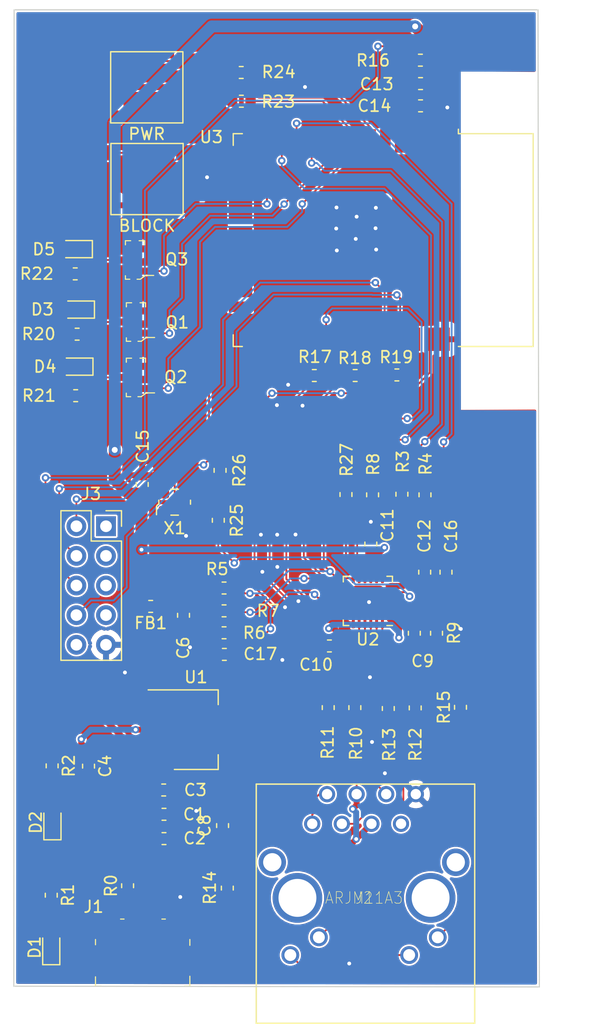
<source format=kicad_pcb>
(kicad_pcb (version 20171130) (host pcbnew "(5.1.4)-1")
  (layers (0 F.Cu signal) (31 B.Cu signal) (34 B.Paste user) (35 F.Paste user) (36 B.SilkS user) (37 F.SilkS user) (38 B.Mask user) (39 F.Mask user) (44 Edge.Cuts user))
  (net 0 "")
  (net 1 GND)
  (net 2 VBUS)
  (net 3 +3V3)
  (net 4 AVDD)
  (net 5 VDDCR)
  (net 6 "Net-(D1-Pad2)")
  (net 7 "Net-(D2-Pad2)")
  (net 8 "Net-(D3-Pad2)")
  (net 9 "Net-(D3-Pad1)")
  (net 10 "Net-(D4-Pad2)")
  (net 11 "Net-(D4-Pad1)")
  (net 12 "Net-(D5-Pad2)")
  (net 13 "Net-(D5-Pad1)")
  (net 14 "Net-(J1-Pad1)")
  (net 15 "Net-(J1-Pad4)")
  (net 16 "Net-(J1-Pad2)")
  (net 17 "Net-(J1-Pad3)")
  (net 18 "/Page 1/TD+")
  (net 19 "/Page 1/TD-")
  (net 20 "Net-(J2-Pad7)")
  (net 21 "/Page 1/RD+")
  (net 22 "/Page 1/RD-")
  (net 23 LED1_REGOFF)
  (net 24 LED2_nINTSEL)
  (net 25 "Net-(J2-PadGRNC)")
  (net 26 "Net-(J2-PadYLWA)")
  (net 27 "Net-(J3-Pad10)")
  (net 28 BOOTMODE)
  (net 29 "Net-(J3-Pad7)")
  (net 30 EN)
  (net 31 "Net-(J3-Pad5)")
  (net 32 RX)
  (net 33 "Net-(J3-Pad3)")
  (net 34 TX)
  (net 35 +5V)
  (net 36 YELLOW)
  (net 37 RED)
  (net 38 BLUE)
  (net 39 RXD0)
  (net 40 RXD1)
  (net 41 MDIO)
  (net 42 TXD0)
  (net 43 "Net-(R17-Pad1)")
  (net 44 TXEN)
  (net 45 "Net-(R18-Pad1)")
  (net 46 TXD1)
  (net 47 "Net-(R19-Pad1)")
  (net 48 BLOCK)
  (net 49 RESTART)
  (net 50 CLKIN)
  (net 51 "Net-(R25-Pad1)")
  (net 52 MDC)
  (net 53 CRS_DV)
  (net 54 "Net-(U2-Pad4)")
  (net 55 "Net-(U3-Pad32)")
  (net 56 "Net-(U3-Pad29)")
  (net 57 "Net-(U3-Pad28)")
  (net 58 "Net-(U3-Pad27)")
  (net 59 "Net-(U3-Pad26)")
  (net 60 "Net-(U3-Pad24)")
  (net 61 CLKEN)
  (net 62 "Net-(U3-Pad22)")
  (net 63 "Net-(U3-Pad21)")
  (net 64 "Net-(U3-Pad20)")
  (net 65 "Net-(U3-Pad19)")
  (net 66 "Net-(U3-Pad18)")
  (net 67 "Net-(U3-Pad17)")
  (net 68 "Net-(U3-Pad16)")
  (net 69 "Net-(U3-Pad14)")
  (net 70 "Net-(U3-Pad5)")
  (net 71 "Net-(U3-Pad4)")
  (net 72 "/Page 1/nRST")
  (net 73 "/Page 1/RX0")
  (net 74 "/Page 1/RX1")
  (net 75 "/Page 1/nINT")
  (net 76 "/Page 1/PHYAD0")
  (net 77 "/Page 1/RBIAS")
  (module RF_Module:ESP32-WROOM-32 (layer F.Cu) (at 145.3388 75.7047 270)
    (fp_text reference U3 (at -8.8265 11.7602) (layer F.SilkS))
    (fp_text value ESP32-WROOM-32D)
    (pad 38 smd rect (at 8.5 -8.255 270) (size 2 0.9) (layers F.Cu F.Paste F.Mask) (net 1 GND))
    (pad 37 smd rect (at 8.5 -6.985 270) (size 2 0.9) (layers F.Cu F.Paste F.Mask) (net 52 MDC))
    (pad 36 smd rect (at 8.5 -5.715 270) (size 2 0.9) (layers F.Cu F.Paste F.Mask) (net 47 "Net-(R19-Pad1)"))
    (pad 35 smd rect (at 8.5 -4.445 270) (size 2 0.9) (layers F.Cu F.Paste F.Mask) (net 34 TX))
    (pad 34 smd rect (at 8.5 -3.175 270) (size 2 0.9) (layers F.Cu F.Paste F.Mask) (net 32 RX))
    (pad 33 smd rect (at 8.5 -1.905 270) (size 2 0.9) (layers F.Cu F.Paste F.Mask) (net 45 "Net-(R18-Pad1)"))
    (pad 32 smd rect (at 8.5 -0.635 270) (size 2 0.9) (layers F.Cu F.Paste F.Mask) (net 55 "Net-(U3-Pad32)"))
    (pad 31 smd rect (at 8.5 0.635 270) (size 2 0.9) (layers F.Cu F.Paste F.Mask) (net 43 "Net-(R17-Pad1)"))
    (pad 30 smd rect (at 8.5 1.905 270) (size 2 0.9) (layers F.Cu F.Paste F.Mask) (net 41 MDIO))
    (pad 29 smd rect (at 8.5 3.175 270) (size 2 0.9) (layers F.Cu F.Paste F.Mask) (net 56 "Net-(U3-Pad29)"))
    (pad 28 smd rect (at 8.5 4.445 270) (size 2 0.9) (layers F.Cu F.Paste F.Mask) (net 57 "Net-(U3-Pad28)"))
    (pad 27 smd rect (at 8.5 5.715 270) (size 2 0.9) (layers F.Cu F.Paste F.Mask) (net 58 "Net-(U3-Pad27)"))
    (pad 26 smd rect (at 8.5 6.985 270) (size 2 0.9) (layers F.Cu F.Paste F.Mask) (net 59 "Net-(U3-Pad26)"))
    (pad 25 smd rect (at 8.5 8.255 270) (size 2 0.9) (layers F.Cu F.Paste F.Mask) (net 28 BOOTMODE))
    (pad 24 smd rect (at 5.715 9.255) (size 2 0.9) (layers F.Cu F.Paste F.Mask) (net 60 "Net-(U3-Pad24)"))
    (pad 23 smd rect (at 4.445 9.255) (size 2 0.9) (layers F.Cu F.Paste F.Mask) (net 61 CLKEN))
    (pad 22 smd rect (at 3.175 9.255) (size 2 0.9) (layers F.Cu F.Paste F.Mask) (net 62 "Net-(U3-Pad22)"))
    (pad 21 smd rect (at 1.905 9.255) (size 2 0.9) (layers F.Cu F.Paste F.Mask) (net 63 "Net-(U3-Pad21)"))
    (pad 20 smd rect (at 0.635 9.255) (size 2 0.9) (layers F.Cu F.Paste F.Mask) (net 64 "Net-(U3-Pad20)"))
    (pad 19 smd rect (at -0.635 9.255) (size 2 0.9) (layers F.Cu F.Paste F.Mask) (net 65 "Net-(U3-Pad19)"))
    (pad 18 smd rect (at -1.905 9.255) (size 2 0.9) (layers F.Cu F.Paste F.Mask) (net 66 "Net-(U3-Pad18)"))
    (pad 17 smd rect (at -3.175 9.255) (size 2 0.9) (layers F.Cu F.Paste F.Mask) (net 67 "Net-(U3-Pad17)"))
    (pad 16 smd rect (at -4.445 9.255) (size 2 0.9) (layers F.Cu F.Paste F.Mask) (net 68 "Net-(U3-Pad16)"))
    (pad 15 smd rect (at -5.715 9.255) (size 2 0.9) (layers F.Cu F.Paste F.Mask) (net 1 GND))
    (pad 14 smd rect (at -8.5 8.255 270) (size 2 0.9) (layers F.Cu F.Paste F.Mask) (net 69 "Net-(U3-Pad14)"))
    (pad 13 smd rect (at -8.5 6.985 270) (size 2 0.9) (layers F.Cu F.Paste F.Mask) (net 38 BLUE))
    (pad 12 smd rect (at -8.5 5.715 270) (size 2 0.9) (layers F.Cu F.Paste F.Mask) (net 53 CRS_DV))
    (pad 11 smd rect (at -8.5 4.445 270) (size 2 0.9) (layers F.Cu F.Paste F.Mask) (net 40 RXD1))
    (pad 10 smd rect (at -8.5 3.175 270) (size 2 0.9) (layers F.Cu F.Paste F.Mask) (net 39 RXD0))
    (pad 9 smd rect (at -8.5 1.905 270) (size 2 0.9) (layers F.Cu F.Paste F.Mask) (net 36 YELLOW))
    (pad 8 smd rect (at -8.5 0.635 270) (size 2 0.9) (layers F.Cu F.Paste F.Mask) (net 37 RED))
    (pad 7 smd rect (at -8.5 -0.635 270) (size 2 0.9) (layers F.Cu F.Paste F.Mask) (net 48 BLOCK))
    (pad 6 smd rect (at -8.5 -1.905 270) (size 2 0.9) (layers F.Cu F.Paste F.Mask) (net 49 RESTART))
    (pad 5 smd rect (at -8.5 -3.175 270) (size 2 0.9) (layers F.Cu F.Paste F.Mask) (net 70 "Net-(U3-Pad5)"))
    (pad 4 smd rect (at -8.5 -4.445 270) (size 2 0.9) (layers F.Cu F.Paste F.Mask) (net 71 "Net-(U3-Pad4)"))
    (pad 3 smd rect (at -8.5 -5.715 270) (size 2 0.9) (layers F.Cu F.Paste F.Mask) (net 30 EN))
    (pad 2 smd rect (at -8.5 -6.985 270) (size 2 0.9) (layers F.Cu F.Paste F.Mask) (net 3 +3V3))
    (pad 1 smd rect (at -8.5 -8.255 270) (size 2 0.9) (layers F.Cu F.Paste F.Mask) (net 1 GND))
    (pad 39 smd rect (at -1 -0.755 270) (size 5 5) (layers F.Cu F.Paste F.Mask) (net 1 GND))
  )
  (module Resistor_SMD:R_0603_1608Metric (layer F.Cu) (at 145.1356 97.5106 90)
    (fp_text reference R27 (at 2.9718 0.0508 90) (layer F.SilkS))
    (fp_text value 10K hide)
    (pad 2 smd roundrect (at 0.7875 0 90) (size 0.875 0.95) (layers F.Cu F.Paste F.Mask) (net 53 CRS_DV))
    (pad 1 smd roundrect (at -0.7875 0 90) (size 0.875 0.95) (layers F.Cu F.Paste F.Mask) (net 53 CRS_DV))
  )
  (module Oscillator:Oscillator_SMD_ECS_2520MV-xxx-xx-4Pin_2.5x2.0mm (layer F.Cu) (at 130.4301 98.1689 90)
    (fp_text reference X1 (at -2.2246 -0.0011 180) (layer F.SilkS))
    (fp_text value ECS-2520MV hide)
    (pad 3 smd roundrect (at 0.725 0.925 90) (size 0.8 0.9) (layers F.Cu F.Paste F.Mask) (net 51 "Net-(R25-Pad1)"))
    (pad 2 smd roundrect (at -0.725 0.925 90) (size 0.8 0.9) (layers F.Cu F.Paste F.Mask) (net 1 GND))
    (pad 4 smd roundrect (at 0.725 -0.925 90) (size 0.8 0.9) (layers F.Cu F.Paste F.Mask) (net 3 +3V3))
    (pad 1 smd roundrect (at -0.725 -0.925 90) (size 0.8 0.9) (layers F.Cu F.Paste F.Mask) (net 61 CLKEN))
  )
  (module Package_DFN_QFN:QFN-24-1EP_4x4mm_P0.5mm_EP2.6x2.6mm (layer F.Cu) (at 147.0152 106.6292 180)
    (fp_text reference U2 (at 0 -3.3) (layer F.SilkS))
    (fp_text value LAN8720A hide)
    (pad 24 smd roundrect (at -1.25 -1.9375 180) (size 0.25 0.825) (layers F.Cu F.Paste F.Mask) (net 77 "/Page 1/RBIAS"))
    (pad 23 smd roundrect (at -0.75 -1.9375 180) (size 0.25 0.825) (layers F.Cu F.Paste F.Mask) (net 21 "/Page 1/RD+"))
    (pad 22 smd roundrect (at -0.25 -1.9375 180) (size 0.25 0.825) (layers F.Cu F.Paste F.Mask) (net 22 "/Page 1/RD-"))
    (pad 21 smd roundrect (at 0.25 -1.9375 180) (size 0.25 0.825) (layers F.Cu F.Paste F.Mask) (net 18 "/Page 1/TD+"))
    (pad 20 smd roundrect (at 0.75 -1.9375 180) (size 0.25 0.825) (layers F.Cu F.Paste F.Mask) (net 19 "/Page 1/TD-"))
    (pad 19 smd roundrect (at 1.25 -1.9375 180) (size 0.25 0.825) (layers F.Cu F.Paste F.Mask) (net 4 AVDD))
    (pad 18 smd roundrect (at 1.9375 -1.25 180) (size 0.825 0.25) (layers F.Cu F.Paste F.Mask) (net 46 TXD1))
    (pad 17 smd roundrect (at 1.9375 -0.75 180) (size 0.825 0.25) (layers F.Cu F.Paste F.Mask) (net 42 TXD0))
    (pad 16 smd roundrect (at 1.9375 -0.25 180) (size 0.825 0.25) (layers F.Cu F.Paste F.Mask) (net 44 TXEN))
    (pad 15 smd roundrect (at 1.9375 0.25 180) (size 0.825 0.25) (layers F.Cu F.Paste F.Mask) (net 72 "/Page 1/nRST"))
    (pad 14 smd roundrect (at 1.9375 0.75 180) (size 0.825 0.25) (layers F.Cu F.Paste F.Mask) (net 75 "/Page 1/nINT"))
    (pad 13 smd roundrect (at 1.9375 1.25 180) (size 0.825 0.25) (layers F.Cu F.Paste F.Mask) (net 52 MDC))
    (pad 12 smd roundrect (at 1.25 1.9375 180) (size 0.25 0.825) (layers F.Cu F.Paste F.Mask) (net 41 MDIO))
    (pad 11 smd roundrect (at 0.75 1.9375 180) (size 0.25 0.825) (layers F.Cu F.Paste F.Mask) (net 53 CRS_DV))
    (pad 10 smd roundrect (at 0.25 1.9375 180) (size 0.25 0.825) (layers F.Cu F.Paste F.Mask) (net 76 "/Page 1/PHYAD0"))
    (pad 9 smd roundrect (at -0.25 1.9375 180) (size 0.25 0.825) (layers F.Cu F.Paste F.Mask) (net 3 +3V3))
    (pad 8 smd roundrect (at -0.75 1.9375 180) (size 0.25 0.825) (layers F.Cu F.Paste F.Mask) (net 73 "/Page 1/RX0"))
    (pad 7 smd roundrect (at -1.25 1.9375 180) (size 0.25 0.825) (layers F.Cu F.Paste F.Mask) (net 74 "/Page 1/RX1"))
    (pad 6 smd roundrect (at -1.9375 1.25 180) (size 0.825 0.25) (layers F.Cu F.Paste F.Mask) (net 5 VDDCR))
    (pad 5 smd roundrect (at -1.9375 0.75 180) (size 0.825 0.25) (layers F.Cu F.Paste F.Mask) (net 50 CLKIN))
    (pad 4 smd roundrect (at -1.9375 0.25 180) (size 0.825 0.25) (layers F.Cu F.Paste F.Mask) (net 54 "Net-(U2-Pad4)"))
    (pad 3 smd roundrect (at -1.9375 -0.25 180) (size 0.825 0.25) (layers F.Cu F.Paste F.Mask) (net 23 LED1_REGOFF))
    (pad 2 smd roundrect (at -1.9375 -0.75 180) (size 0.825 0.25) (layers F.Cu F.Paste F.Mask) (net 24 LED2_nINTSEL))
    (pad 1 smd roundrect (at -1.9375 -1.25 180) (size 0.825 0.25) (layers F.Cu F.Paste F.Mask) (net 4 AVDD))
    (pad 25 smd roundrect (at 0 0 180) (size 2.6 2.6) (layers F.Cu F.Mask) (roundrect_rratio 0.096154) (net 1 GND))
  )
  (module Package_TO_SOT_SMD:SOT-223 (layer F.Cu) (at 132.2582 117.6642)
    (fp_text reference U1 (at 0 -4.5) (layer F.SilkS))
    (fp_text value AZ1117-3.3 hide)
    (pad 1 smd rect (at -3.15 -2.3) (size 2 1.5) (layers F.Cu F.Paste F.Mask) (net 1 GND))
    (pad 3 smd rect (at -3.15 2.3) (size 2 1.5) (layers F.Cu F.Paste F.Mask) (net 2 VBUS))
    (pad 2 smd rect (at -3.15 0) (size 2 1.5) (layers F.Cu F.Paste F.Mask) (net 3 +3V3))
    (pad 4 smd rect (at 3.15 0) (size 2 3.8) (layers F.Cu F.Paste F.Mask))
  )
  (module "My Footprints:222CMVBAR" (layer F.Cu) (at 128.0362 62.6131 180)
    (fp_text reference PWR (at 0 -4) (layer F.SilkS))
    (fp_text value 222CMVBAR)
    (pad 1 smd rect (at -3.5 -2.25 180) (size 2 1.3) (layers F.Cu F.Paste F.Mask) (net 1 GND))
    (pad 2 smd rect (at 3.5 -2.25 180) (size 2 1.3) (layers F.Cu F.Paste F.Mask) (net 1 GND))
    (pad 4 smd rect (at 3.5 2.25 180) (size 2 1.3) (layers F.Cu F.Paste F.Mask) (net 49 RESTART))
    (pad 3 smd rect (at -3.5 2.25 180) (size 2 1.3) (layers F.Cu F.Paste F.Mask) (net 49 RESTART))
  )
  (module "My Footprints:222CMVBAR" (layer F.Cu) (at 128.0593 70.4744 180)
    (fp_text reference BLOCK (at 0 -4) (layer F.SilkS))
    (fp_text value 222CMVBAR)
    (pad 1 smd rect (at -3.5 -2.25 180) (size 2 1.3) (layers F.Cu F.Paste F.Mask) (net 1 GND))
    (pad 2 smd rect (at 3.5 -2.25 180) (size 2 1.3) (layers F.Cu F.Paste F.Mask) (net 1 GND))
    (pad 4 smd rect (at 3.5 2.25 180) (size 2 1.3) (layers F.Cu F.Paste F.Mask) (net 48 BLOCK))
    (pad 3 smd rect (at -3.5 2.25 180) (size 2 1.3) (layers F.Cu F.Paste F.Mask) (net 48 BLOCK))
  )
  (module Resistor_SMD:R_0603_1608Metric (layer F.Cu) (at 134.3279 95.4406 90)
    (fp_text reference R26 (at 0 1.651 90) (layer F.SilkS))
    (fp_text value 10 hide)
    (pad 2 smd roundrect (at 0.7875 0 90) (size 0.875 0.95) (layers F.Cu F.Paste F.Mask) (net 28 BOOTMODE))
    (pad 1 smd roundrect (at -0.7875 0 90) (size 0.875 0.95) (layers F.Cu F.Paste F.Mask) (net 51 "Net-(R25-Pad1)"))
  )
  (module Resistor_SMD:R_0603_1608Metric (layer F.Cu) (at 134.1754 99.7204 270)
    (fp_text reference R25 (at 0.0127 -1.5876 90) (layer F.SilkS))
    (fp_text value 10 hide)
    (pad 2 smd roundrect (at 0.7875 0 270) (size 0.875 0.95) (layers F.Cu F.Paste F.Mask) (net 50 CLKIN))
    (pad 1 smd roundrect (at -0.7875 0 270) (size 0.875 0.95) (layers F.Cu F.Paste F.Mask) (net 51 "Net-(R25-Pad1)"))
  )
  (module Resistor_SMD:R_0603_1608Metric (layer F.Cu) (at 136.1439 61.341)
    (fp_text reference R24 (at 3.2132 -0.0381) (layer F.SilkS))
    (fp_text value 10K hide)
    (pad 2 smd roundrect (at 0.7875 0) (size 0.875 0.95) (layers F.Cu F.Paste F.Mask) (net 49 RESTART))
    (pad 1 smd roundrect (at -0.7875 0) (size 0.875 0.95) (layers F.Cu F.Paste F.Mask) (net 2 VBUS))
  )
  (module Resistor_SMD:R_0603_1608Metric (layer F.Cu) (at 136.1566 63.8048)
    (fp_text reference R23 (at 3.175 0.0381) (layer F.SilkS))
    (fp_text value 10K hide)
    (pad 2 smd roundrect (at 0.7875 0) (size 0.875 0.95) (layers F.Cu F.Paste F.Mask) (net 48 BLOCK))
    (pad 1 smd roundrect (at -0.7875 0) (size 0.875 0.95) (layers F.Cu F.Paste F.Mask) (net 2 VBUS))
  )
  (module Resistor_SMD:R_0603_1608Metric (layer F.Cu) (at 121.8947 78.6003 180)
    (fp_text reference R22 (at 3.3021 0.0127) (layer F.SilkS))
    (fp_text value 470)
    (pad 2 smd roundrect (at 0.7875 0 180) (size 0.875 0.95) (layers F.Cu F.Paste F.Mask) (net 12 "Net-(D5-Pad2)"))
    (pad 1 smd roundrect (at -0.7875 0 180) (size 0.875 0.95) (layers F.Cu F.Paste F.Mask) (net 2 VBUS))
  )
  (module Resistor_SMD:R_0603_1608Metric (layer F.Cu) (at 121.9328 89.0397 180)
    (fp_text reference R21 (at 3.1497 0) (layer F.SilkS))
    (fp_text value 470)
    (pad 2 smd roundrect (at 0.7875 0 180) (size 0.875 0.95) (layers F.Cu F.Paste F.Mask) (net 10 "Net-(D4-Pad2)"))
    (pad 1 smd roundrect (at -0.7875 0 180) (size 0.875 0.95) (layers F.Cu F.Paste F.Mask) (net 2 VBUS))
  )
  (module Resistor_SMD:R_0603_1608Metric (layer F.Cu) (at 122.0598 83.7692 180)
    (fp_text reference R20 (at 3.3021 0.0127) (layer F.SilkS))
    (fp_text value 470)
    (pad 2 smd roundrect (at 0.7875 0 180) (size 0.875 0.95) (layers F.Cu F.Paste F.Mask) (net 8 "Net-(D3-Pad2)"))
    (pad 1 smd roundrect (at -0.7875 0 180) (size 0.875 0.95) (layers F.Cu F.Paste F.Mask) (net 2 VBUS))
  )
  (module Resistor_SMD:R_0603_1608Metric (layer F.Cu) (at 149.5045 87.2617 180)
    (fp_text reference R19 (at 0.0507 1.524) (layer F.SilkS))
    (fp_text value 10 hide)
    (pad 2 smd roundrect (at 0.7875 0 180) (size 0.875 0.95) (layers F.Cu F.Paste F.Mask) (net 46 TXD1))
    (pad 1 smd roundrect (at -0.7875 0 180) (size 0.875 0.95) (layers F.Cu F.Paste F.Mask) (net 47 "Net-(R19-Pad1)"))
  )
  (module Resistor_SMD:R_0603_1608Metric (layer F.Cu) (at 145.9229 87.3125 180)
    (fp_text reference R18 (at 0.0255 1.4986) (layer F.SilkS))
    (fp_text value 10 hide)
    (pad 2 smd roundrect (at 0.7875 0 180) (size 0.875 0.95) (layers F.Cu F.Paste F.Mask) (net 44 TXEN))
    (pad 1 smd roundrect (at -0.7875 0 180) (size 0.875 0.95) (layers F.Cu F.Paste F.Mask) (net 45 "Net-(R18-Pad1)"))
  )
  (module Resistor_SMD:R_0603_1608Metric (layer F.Cu) (at 142.4178 87.3125 180)
    (fp_text reference R17 (at -0.0509 1.6002) (layer F.SilkS))
    (fp_text value 10 hide)
    (pad 2 smd roundrect (at 0.7875 0 180) (size 0.875 0.95) (layers F.Cu F.Paste F.Mask) (net 42 TXD0))
    (pad 1 smd roundrect (at -0.7875 0 180) (size 0.875 0.95) (layers F.Cu F.Paste F.Mask) (net 43 "Net-(R17-Pad1)"))
  )
  (module Resistor_SMD:R_0603_1608Metric (layer F.Cu) (at 151.5238 60.2869)
    (fp_text reference R16 (at -4.0639 0.0254) (layer F.SilkS))
    (fp_text value 10K hide)
    (pad 2 smd roundrect (at 0.7875 0) (size 0.875 0.95) (layers F.Cu F.Paste F.Mask) (net 3 +3V3))
    (pad 1 smd roundrect (at -0.7875 0) (size 0.875 0.95) (layers F.Cu F.Paste F.Mask) (net 30 EN))
  )
  (module Resistor_SMD:R_0603_1608Metric (layer F.Cu) (at 154.9654 115.7477 90)
    (fp_text reference R15 (at 0 -1.43 90) (layer F.SilkS))
    (fp_text value 270 hide)
    (pad 2 smd roundrect (at 0.7875 0 90) (size 0.875 0.95) (layers F.Cu F.Paste F.Mask) (net 1 GND))
    (pad 1 smd roundrect (at -0.7875 0 90) (size 0.875 0.95) (layers F.Cu F.Paste F.Mask) (net 25 "Net-(J2-PadGRNC)"))
  )
  (module Resistor_SMD:R_0603_1608Metric (layer F.Cu) (at 134.9502 131.2417 270)
    (fp_text reference R14 (at -0.0255 1.4986 90) (layer F.SilkS))
    (fp_text value 270 hide)
    (pad 2 smd roundrect (at 0.7875 0 270) (size 0.875 0.95) (layers F.Cu F.Paste F.Mask) (net 26 "Net-(J2-PadYLWA)"))
    (pad 1 smd roundrect (at -0.7875 0 270) (size 0.875 0.95) (layers F.Cu F.Paste F.Mask) (net 4 AVDD))
  )
  (module Resistor_SMD:R_0603_1608Metric (layer F.Cu) (at 148.7678 115.8494 90)
    (fp_text reference R13 (at -3.0988 0.0762 90) (layer F.SilkS))
    (fp_text value 49.9 hide)
    (pad 2 smd roundrect (at 0.7875 0 90) (size 0.875 0.95) (layers F.Cu F.Paste F.Mask) (net 22 "/Page 1/RD-"))
    (pad 1 smd roundrect (at -0.7875 0 90) (size 0.875 0.95) (layers F.Cu F.Paste F.Mask) (net 4 AVDD))
  )
  (module Resistor_SMD:R_0603_1608Metric (layer F.Cu) (at 151.0792 115.7986 90)
    (fp_text reference R12 (at -3.1432 0.0154 90) (layer F.SilkS))
    (fp_text value 49.9 hide)
    (pad 2 smd roundrect (at 0.7875 0 90) (size 0.875 0.95) (layers F.Cu F.Paste F.Mask) (net 21 "/Page 1/RD+"))
    (pad 1 smd roundrect (at -0.7875 0 90) (size 0.875 0.95) (layers F.Cu F.Paste F.Mask) (net 4 AVDD))
  )
  (module Resistor_SMD:R_0603_1608Metric (layer F.Cu) (at 143.6116 115.7732 90)
    (fp_text reference R11 (at -2.9972 -0.0508 90) (layer F.SilkS))
    (fp_text value 49.9 hide)
    (pad 2 smd roundrect (at 0.7875 0 90) (size 0.875 0.95) (layers F.Cu F.Paste F.Mask) (net 19 "/Page 1/TD-"))
    (pad 1 smd roundrect (at -0.7875 0 90) (size 0.875 0.95) (layers F.Cu F.Paste F.Mask) (net 4 AVDD))
  )
  (module Resistor_SMD:R_0603_1608Metric (layer F.Cu) (at 145.8976 115.7732 90)
    (fp_text reference R10 (at -3.0734 0.1016 90) (layer F.SilkS))
    (fp_text value 49.9 hide)
    (pad 2 smd roundrect (at 0.7875 0 90) (size 0.875 0.95) (layers F.Cu F.Paste F.Mask) (net 18 "/Page 1/TD+"))
    (pad 1 smd roundrect (at -0.7875 0 90) (size 0.875 0.95) (layers F.Cu F.Paste F.Mask) (net 4 AVDD))
  )
  (module Resistor_SMD:R_0603_1608Metric (layer F.Cu) (at 152.908 109.3979 90)
    (fp_text reference R9 (at 0.0255 1.4986 90) (layer F.SilkS))
    (fp_text value 12.1K hide)
    (pad 2 smd roundrect (at 0.7875 0 90) (size 0.875 0.95) (layers F.Cu F.Paste F.Mask) (net 1 GND))
    (pad 1 smd roundrect (at -0.7875 0 90) (size 0.875 0.95) (layers F.Cu F.Paste F.Mask) (net 77 "/Page 1/RBIAS"))
  )
  (module Resistor_SMD:R_0603_1608Metric (layer F.Cu) (at 147.4216 97.536 90)
    (fp_text reference R8 (at 2.6162 0.0508 90) (layer F.SilkS))
    (fp_text value 10K hide)
    (pad 2 smd roundrect (at 0.7875 0 90) (size 0.875 0.95) (layers F.Cu F.Paste F.Mask) (net 1 GND))
    (pad 1 smd roundrect (at -0.7875 0 90) (size 0.875 0.95) (layers F.Cu F.Paste F.Mask) (net 76 "/Page 1/PHYAD0"))
  )
  (module Resistor_SMD:R_0603_1608Metric (layer F.Cu) (at 134.6708 107.4801)
    (fp_text reference R7 (at 3.77952 0) (layer F.SilkS))
    (fp_text value 10K hide)
    (pad 2 smd roundrect (at 0.7875 0) (size 0.875 0.95) (layers F.Cu F.Paste F.Mask) (net 75 "/Page 1/nINT"))
    (pad 1 smd roundrect (at -0.7875 0) (size 0.875 0.95) (layers F.Cu F.Paste F.Mask) (net 4 AVDD))
  )
  (module Resistor_SMD:R_0603_1608Metric (layer F.Cu) (at 134.6708 109.3597)
    (fp_text reference R6 (at 2.59588 0.00762) (layer F.SilkS))
    (fp_text value 10K hide)
    (pad 2 smd roundrect (at 0.7875 0) (size 0.875 0.95) (layers F.Cu F.Paste F.Mask) (net 72 "/Page 1/nRST"))
    (pad 1 smd roundrect (at -0.7875 0) (size 0.875 0.95) (layers F.Cu F.Paste F.Mask) (net 4 AVDD))
  )
  (module Resistor_SMD:R_0603_1608Metric (layer F.Cu) (at 134.6708 105.5243)
    (fp_text reference R5 (at -0.59436 -1.62306) (layer F.SilkS))
    (fp_text value 10K hide)
    (pad 2 smd roundrect (at 0.7875 0) (size 0.875 0.95) (layers F.Cu F.Paste F.Mask) (net 41 MDIO))
    (pad 1 smd roundrect (at -0.7875 0) (size 0.875 0.95) (layers F.Cu F.Paste F.Mask) (net 4 AVDD))
  )
  (module Resistor_SMD:R_0603_1608Metric (layer F.Cu) (at 151.9174 97.536 90)
    (fp_text reference R4 (at 2.6416 0.0508 90) (layer F.SilkS))
    (fp_text value 10K hide)
    (pad 2 smd roundrect (at 0.7875 0 90) (size 0.875 0.95) (layers F.Cu F.Paste F.Mask) (net 40 RXD1))
    (pad 1 smd roundrect (at -0.7875 0 90) (size 0.875 0.95) (layers F.Cu F.Paste F.Mask) (net 74 "/Page 1/RX1"))
  )
  (module Resistor_SMD:R_0603_1608Metric (layer F.Cu) (at 149.9362 97.4852 90)
    (fp_text reference R3 (at 2.794 0.0762 90) (layer F.SilkS))
    (fp_text value 10K hide)
    (pad 2 smd roundrect (at 0.7875 0 90) (size 0.875 0.95) (layers F.Cu F.Paste F.Mask) (net 39 RXD0))
    (pad 1 smd roundrect (at -0.7875 0 90) (size 0.875 0.95) (layers F.Cu F.Paste F.Mask) (net 73 "/Page 1/RX0"))
  )
  (module Resistor_SMD:R_0603_1608Metric (layer F.Cu) (at 119.9134 120.7644 270)
    (fp_text reference R2 (at 0 -1.43 90) (layer F.SilkS))
    (fp_text value 470)
    (pad 2 smd roundrect (at 0.7875 0 270) (size 0.875 0.95) (layers F.Cu F.Paste F.Mask) (net 7 "Net-(D2-Pad2)"))
    (pad 1 smd roundrect (at -0.7875 0 270) (size 0.875 0.95) (layers F.Cu F.Paste F.Mask) (net 3 +3V3))
  )
  (module Resistor_SMD:R_0603_1608Metric (layer F.Cu) (at 119.8372 131.8513 270)
    (fp_text reference R1 (at 0 -1.43 90) (layer F.SilkS))
    (fp_text value 470)
    (pad 2 smd roundrect (at 0.7875 0 270) (size 0.875 0.95) (layers F.Cu F.Paste F.Mask) (net 6 "Net-(D1-Pad2)"))
    (pad 1 smd roundrect (at -0.7875 0 270) (size 0.875 0.95) (layers F.Cu F.Paste F.Mask) (net 2 VBUS))
  )
  (module Resistor_SMD:R_0603_1608Metric (layer F.Cu) (at 126.3904 131.0385 90)
    (fp_text reference R0 (at 0 -1.43 90) (layer F.SilkS))
    (fp_text value 0 hide)
    (pad 2 smd roundrect (at 0.7875 0 90) (size 0.875 0.95) (layers F.Cu F.Paste F.Mask) (net 2 VBUS))
    (pad 1 smd roundrect (at -0.7875 0 90) (size 0.875 0.95) (layers F.Cu F.Paste F.Mask) (net 14 "Net-(J1-Pad1)"))
  )
  (module digikey-footprints:SOT-23-3 (layer F.Cu) (at 127.0295 77.409 180)
    (fp_text reference Q3 (at -3.5814 0.0508) (layer F.SilkS))
    (fp_text value Q_NMOS_GSD)
    (pad 1 smd rect (at -1.05 -0.95 180) (size 1.3 0.6) (layers F.Cu F.Paste F.Mask) (net 38 BLUE))
    (pad 2 smd rect (at -1.05 0.95 180) (size 1.3 0.6) (layers F.Cu F.Paste F.Mask) (net 1 GND))
    (pad 3 smd rect (at 1.05 0 180) (size 1.3 0.6) (layers F.Cu F.Paste F.Mask) (net 13 "Net-(D5-Pad1)"))
  )
  (module digikey-footprints:SOT-23-3 (layer F.Cu) (at 127.1057 87.4751 180)
    (fp_text reference Q2 (at -3.4249 0.0279) (layer F.SilkS))
    (fp_text value Q_NMOS_GSD)
    (pad 1 smd rect (at -1.05 -0.95 180) (size 1.3 0.6) (layers F.Cu F.Paste F.Mask) (net 37 RED))
    (pad 2 smd rect (at -1.05 0.95 180) (size 1.3 0.6) (layers F.Cu F.Paste F.Mask) (net 1 GND))
    (pad 3 smd rect (at 1.05 0 180) (size 1.3 0.6) (layers F.Cu F.Paste F.Mask) (net 11 "Net-(D4-Pad1)"))
  )
  (module digikey-footprints:SOT-23-3 (layer F.Cu) (at 127.1102 82.7278 180)
    (fp_text reference Q1 (at -3.5474 -0.0381) (layer F.SilkS))
    (fp_text value Q_NMOS_GSD)
    (pad 1 smd rect (at -1.05 -0.95 180) (size 1.3 0.6) (layers F.Cu F.Paste F.Mask) (net 36 YELLOW))
    (pad 2 smd rect (at -1.05 0.95 180) (size 1.3 0.6) (layers F.Cu F.Paste F.Mask) (net 1 GND))
    (pad 3 smd rect (at 1.05 0 180) (size 1.3 0.6) (layers F.Cu F.Paste F.Mask) (net 9 "Net-(D3-Pad1)"))
  )
  (module Connector_PinSocket_2.54mm:PinSocket_2x05_P2.54mm_Vertical (layer F.Cu) (at 124.5362 100.2284)
    (fp_text reference J3 (at -1.27 -2.77) (layer F.SilkS))
    (fp_text value Conn_02x05_Odd_Even)
    (pad 10 thru_hole oval (at -2.54 10.16) (size 1.7 1.7) (drill 1) (layers *.Cu *.Mask) (net 27 "Net-(J3-Pad10)"))
    (pad 9 thru_hole oval (at 0 10.16) (size 1.7 1.7) (drill 1) (layers *.Cu *.Mask) (net 1 GND))
    (pad 8 thru_hole oval (at -2.54 7.62) (size 1.7 1.7) (drill 1) (layers *.Cu *.Mask) (net 28 BOOTMODE))
    (pad 7 thru_hole oval (at 0 7.62) (size 1.7 1.7) (drill 1) (layers *.Cu *.Mask) (net 29 "Net-(J3-Pad7)"))
    (pad 6 thru_hole oval (at -2.54 5.08) (size 1.7 1.7) (drill 1) (layers *.Cu *.Mask) (net 30 EN))
    (pad 5 thru_hole oval (at 0 5.08) (size 1.7 1.7) (drill 1) (layers *.Cu *.Mask) (net 31 "Net-(J3-Pad5)"))
    (pad 4 thru_hole oval (at -2.54 2.54) (size 1.7 1.7) (drill 1) (layers *.Cu *.Mask) (net 32 RX))
    (pad 3 thru_hole oval (at 0 2.54) (size 1.7 1.7) (drill 1) (layers *.Cu *.Mask) (net 33 "Net-(J3-Pad3)"))
    (pad 2 thru_hole oval (at -2.54 0) (size 1.7 1.7) (drill 1) (layers *.Cu *.Mask) (net 34 TX))
    (pad 1 thru_hole rect (at 0 0) (size 1.7 1.7) (drill 1) (layers *.Cu *.Mask) (net 35 +5V))
  )
  (module "My Footprints:ARJM11A3-009-AB-ER2-T" (layer F.Cu) (at 146.685 132.08)
    (fp_text reference J2 (at 0 0) (layer F.SilkS) (effects (font (size 1 0.9) (thickness 0.05))))
    (fp_text value ARJM11A3 (at 0 0) (layer F.SilkS) (effects (font (size 1 0.9) (thickness 0.05))))
    (pad P$1 thru_hole circle (at -5.715 0) (size 4.266 4.266) (drill 3.25) (layers *.Cu *.Mask))
    (pad P$2 thru_hole circle (at 5.715 0) (size 4.266 4.266) (drill 3.25) (layers *.Cu *.Mask))
    (pad P$3 thru_hole circle (at -7.875 -3.05) (size 2.355 2.355) (drill 1.57) (layers *.Cu *.Mask))
    (pad P$4 thru_hole circle (at 7.875 -3.05) (size 2.355 2.355) (drill 1.57) (layers *.Cu *.Mask))
    (pad 1 thru_hole circle (at -4.445 -6.35) (size 1.398 1.398) (drill 0.89) (layers *.Cu *.Mask) (net 18 "/Page 1/TD+"))
    (pad 8 thru_hole circle (at 4.445 -8.89) (size 1.398 1.398) (drill 0.89) (layers *.Cu *.Mask) (net 1 GND))
    (pad 2 thru_hole circle (at -3.175 -8.89) (size 1.398 1.398) (drill 0.89) (layers *.Cu *.Mask) (net 19 "/Page 1/TD-"))
    (pad 7 thru_hole circle (at 3.175 -6.35) (size 1.398 1.398) (drill 0.89) (layers *.Cu *.Mask) (net 20 "Net-(J2-Pad7)"))
    (pad 3 thru_hole circle (at -1.905 -6.35) (size 1.398 1.398) (drill 0.89) (layers *.Cu *.Mask) (net 21 "/Page 1/RD+"))
    (pad 6 thru_hole circle (at 1.905 -8.89) (size 1.398 1.398) (drill 0.89) (layers *.Cu *.Mask) (net 22 "/Page 1/RD-"))
    (pad 4 thru_hole circle (at -0.635 -8.89) (size 1.398 1.398) (drill 0.89) (layers *.Cu *.Mask) (net 4 AVDD))
    (pad 5 thru_hole circle (at 0.635 -6.35) (size 1.398 1.398) (drill 0.89) (layers *.Cu *.Mask) (net 4 AVDD))
    (pad GRNA thru_hole circle (at -6.325 4.9) (size 1.53 1.53) (drill 1.02) (layers *.Cu *.Mask) (net 23 LED1_REGOFF))
    (pad YLWC thru_hole circle (at 6.325 3.38) (size 1.53 1.53) (drill 1.02) (layers *.Cu *.Mask) (net 24 LED2_nINTSEL))
    (pad GRNC thru_hole circle (at -3.875 3.38) (size 1.53 1.53) (drill 1.02) (layers *.Cu *.Mask) (net 25 "Net-(J2-PadGRNC)"))
    (pad YLWA thru_hole circle (at 3.875 4.9) (size 1.53 1.53) (drill 1.02) (layers *.Cu *.Mask) (net 26 "Net-(J2-PadYLWA)"))
  )
  (module digikey-footprints:USB_Micro_B_Female_10118192 (layer F.Cu) (at 127.6846 137.2462)
    (fp_text reference J1 (at -4.2152 -4.4042) (layer F.SilkS))
    (fp_text value 10118192-0001LF)
    (pad SH smd rect (at -3.8 0) (size 1.8 1.9) (layers F.Cu F.Paste F.Mask) (net 1 GND))
    (pad SH smd rect (at 3.8 0) (size 1.8 1.9) (layers F.Cu F.Paste F.Mask) (net 1 GND))
    (pad SH smd rect (at -1.2 0) (size 1.9 1.9) (layers F.Cu F.Paste F.Mask) (net 1 GND))
    (pad SH smd rect (at 1.2 0) (size 1.9 1.9) (layers F.Cu F.Paste F.Mask) (net 1 GND))
    (pad SH smd rect (at -3.1 -2.55) (size 2.1 1.6) (layers F.Cu F.Paste F.Mask) (net 1 GND))
    (pad SH smd rect (at 3.1 -2.55) (size 2.1 1.6) (layers F.Cu F.Paste F.Mask) (net 1 GND))
    (pad 1 smd rect (at -1.3 -2.675) (size 0.4 1.35) (layers F.Cu F.Paste F.Mask) (net 14 "Net-(J1-Pad1)"))
    (pad 4 smd rect (at 0.65 -2.675) (size 0.4 1.35) (layers F.Cu F.Paste F.Mask) (net 15 "Net-(J1-Pad4)"))
    (pad 5 smd rect (at 1.3 -2.675) (size 0.4 1.35) (layers F.Cu F.Paste F.Mask) (net 1 GND))
    (pad 2 smd rect (at -0.65 -2.675) (size 0.4 1.35) (layers F.Cu F.Paste F.Mask) (net 16 "Net-(J1-Pad2)"))
    (pad 3 smd rect (at 0 -2.675) (size 0.4 1.35) (layers F.Cu F.Paste F.Mask) (net 17 "Net-(J1-Pad3)"))
  )
  (module Inductor_SMD:L_0603_1608Metric (layer F.Cu) (at 128.3715 107.0991 180)
    (fp_text reference FB1 (at 0 -1.43) (layer F.SilkS))
    (fp_text value Ferrite_Bead hide)
    (pad 2 smd roundrect (at 0.7875 0 180) (size 0.875 0.95) (layers F.Cu F.Paste F.Mask) (net 3 +3V3))
    (pad 1 smd roundrect (at -0.7875 0 180) (size 0.875 0.95) (layers F.Cu F.Paste F.Mask) (net 4 AVDD))
  )
  (module Diode_SMD:D_0603_1608Metric (layer F.Cu) (at 121.8818 76.4794 180)
    (fp_text reference D5 (at 2.6796 -0.0127) (layer F.SilkS))
    (fp_text value LED)
    (pad 2 smd roundrect (at 0.7875 0 180) (size 0.875 0.95) (layers F.Cu F.Paste F.Mask) (net 12 "Net-(D5-Pad2)"))
    (pad 1 smd roundrect (at -0.7875 0 180) (size 0.875 0.95) (layers F.Cu F.Paste F.Mask) (net 13 "Net-(D5-Pad1)"))
  )
  (module Diode_SMD:D_0603_1608Metric (layer F.Cu) (at 121.9326 86.5505 180)
    (fp_text reference D4 (at 2.6288 0) (layer F.SilkS))
    (fp_text value LED)
    (pad 2 smd roundrect (at 0.7875 0 180) (size 0.875 0.95) (layers F.Cu F.Paste F.Mask) (net 10 "Net-(D4-Pad2)"))
    (pad 1 smd roundrect (at -0.7875 0 180) (size 0.875 0.95) (layers F.Cu F.Paste F.Mask) (net 11 "Net-(D4-Pad1)"))
  )
  (module Diode_SMD:D_0603_1608Metric (layer F.Cu) (at 122.0596 81.661 180)
    (fp_text reference D3 (at 2.9844 0.0127) (layer F.SilkS))
    (fp_text value LED)
    (pad 2 smd roundrect (at 0.7875 0 180) (size 0.875 0.95) (layers F.Cu F.Paste F.Mask) (net 8 "Net-(D3-Pad2)"))
    (pad 1 smd roundrect (at -0.7875 0 180) (size 0.875 0.95) (layers F.Cu F.Paste F.Mask) (net 9 "Net-(D3-Pad1)"))
  )
  (module Diode_SMD:D_0603_1608Metric (layer F.Cu) (at 119.9388 125.6158 90)
    (fp_text reference D2 (at 0 -1.43 90) (layer F.SilkS))
    (fp_text value LED)
    (pad 2 smd roundrect (at 0.7875 0 90) (size 0.875 0.95) (layers F.Cu F.Paste F.Mask) (net 7 "Net-(D2-Pad2)"))
    (pad 1 smd roundrect (at -0.7875 0 90) (size 0.875 0.95) (layers F.Cu F.Paste F.Mask) (net 1 GND))
  )
  (module Diode_SMD:D_0603_1608Metric (layer F.Cu) (at 119.8372 136.3219 90)
    (fp_text reference D1 (at 0 -1.43 90) (layer F.SilkS))
    (fp_text value LED)
    (pad 2 smd roundrect (at 0.7875 0 90) (size 0.875 0.95) (layers F.Cu F.Paste F.Mask) (net 6 "Net-(D1-Pad2)"))
    (pad 1 smd roundrect (at -0.7875 0 90) (size 0.875 0.95) (layers F.Cu F.Paste F.Mask) (net 1 GND))
  )
  (module Capacitor_SMD:C_0603_1608Metric (layer F.Cu) (at 134.6962 111.2139)
    (fp_text reference C17 (at 3.0861 -0.0381) (layer F.SilkS))
    (fp_text value 1uF hide)
    (pad 2 smd roundrect (at 0.7875 0) (size 0.875 0.95) (layers F.Cu F.Paste F.Mask) (net 1 GND))
    (pad 1 smd roundrect (at -0.7875 0) (size 0.875 0.95) (layers F.Cu F.Paste F.Mask) (net 4 AVDD))
  )
  (module Capacitor_SMD:C_0603_1608Metric (layer F.Cu) (at 153.7208 104.1654 90)
    (fp_text reference C16 (at 3.0734 0.4318 90) (layer F.SilkS))
    (fp_text value 1uF hide)
    (pad 2 smd roundrect (at 0.7875 0 90) (size 0.875 0.95) (layers F.Cu F.Paste F.Mask) (net 1 GND))
    (pad 1 smd roundrect (at -0.7875 0 90) (size 0.875 0.95) (layers F.Cu F.Paste F.Mask) (net 5 VDDCR))
  )
  (module Capacitor_SMD:C_0603_1608Metric (layer F.Cu) (at 127.6477 96.6469 270)
    (fp_text reference C15 (at -3.264 -0.0381 90) (layer F.SilkS))
    (fp_text value 0.1uF hide)
    (pad 2 smd roundrect (at 0.7875 0 270) (size 0.875 0.95) (layers F.Cu F.Paste F.Mask) (net 3 +3V3))
    (pad 1 smd roundrect (at -0.7875 0 270) (size 0.875 0.95) (layers F.Cu F.Paste F.Mask) (net 1 GND))
  )
  (module Capacitor_SMD:C_0603_1608Metric (layer F.Cu) (at 151.5365 64.1985)
    (fp_text reference C14 (at -3.9625 0) (layer F.SilkS))
    (fp_text value 1uF hide)
    (pad 2 smd roundrect (at 0.7875 0) (size 0.875 0.95) (layers F.Cu F.Paste F.Mask) (net 3 +3V3))
    (pad 1 smd roundrect (at -0.7875 0) (size 0.875 0.95) (layers F.Cu F.Paste F.Mask) (net 1 GND))
  )
  (module Capacitor_SMD:C_0603_1608Metric (layer F.Cu) (at 151.5365 62.2935)
    (fp_text reference C13 (at -3.7593 0.0508) (layer F.SilkS))
    (fp_text value 10uF hide)
    (pad 2 smd roundrect (at 0.7875 0) (size 0.875 0.95) (layers F.Cu F.Paste F.Mask) (net 3 +3V3))
    (pad 1 smd roundrect (at -0.7875 0) (size 0.875 0.95) (layers F.Cu F.Paste F.Mask) (net 1 GND))
  )
  (module Capacitor_SMD:C_0603_1608Metric (layer F.Cu) (at 151.892 104.1654 90)
    (fp_text reference C12 (at 3.0988 -0.0254 90) (layer F.SilkS))
    (fp_text value 0.1uF hide)
    (pad 2 smd roundrect (at 0.7875 0 90) (size 0.875 0.95) (layers F.Cu F.Paste F.Mask) (net 1 GND))
    (pad 1 smd roundrect (at -0.7875 0 90) (size 0.875 0.95) (layers F.Cu F.Paste F.Mask) (net 5 VDDCR))
  )
  (module Capacitor_SMD:C_0603_1608Metric (layer F.Cu) (at 147.2692 101.7524 90)
    (fp_text reference C11 (at 1.6002 1.4224 90) (layer F.SilkS))
    (fp_text value 0.1uF hide)
    (pad 2 smd roundrect (at 0.7875 0 90) (size 0.875 0.95) (layers F.Cu F.Paste F.Mask) (net 1 GND))
    (pad 1 smd roundrect (at -0.7875 0 90) (size 0.875 0.95) (layers F.Cu F.Paste F.Mask) (net 3 +3V3))
  )
  (module Capacitor_SMD:C_0603_1608Metric (layer F.Cu) (at 143.7132 110.49 180)
    (fp_text reference C10 (at 1.143 -1.6002) (layer F.SilkS))
    (fp_text value 0.1uF hide)
    (pad 2 smd roundrect (at 0.7875 0 180) (size 0.875 0.95) (layers F.Cu F.Paste F.Mask) (net 1 GND))
    (pad 1 smd roundrect (at -0.7875 0 180) (size 0.875 0.95) (layers F.Cu F.Paste F.Mask) (net 4 AVDD))
  )
  (module Capacitor_SMD:C_0603_1608Metric (layer F.Cu) (at 151.003 109.3978 270)
    (fp_text reference C9 (at 2.3876 -0.7112 180) (layer F.SilkS))
    (fp_text value 0.1uF hide)
    (pad 2 smd roundrect (at 0.7875 0 270) (size 0.875 0.95) (layers F.Cu F.Paste F.Mask) (net 1 GND))
    (pad 1 smd roundrect (at -0.7875 0 270) (size 0.875 0.95) (layers F.Cu F.Paste F.Mask) (net 4 AVDD))
  )
  (module Capacitor_SMD:C_0603_1608Metric (layer F.Cu) (at 134.5438 125.8825 270)
    (fp_text reference C8 (at 0 1.5494 90) (layer F.SilkS))
    (fp_text value 0.1uF hide)
    (pad 2 smd roundrect (at 0.7875 0 270) (size 0.875 0.95) (layers F.Cu F.Paste F.Mask) (net 1 GND))
    (pad 1 smd roundrect (at -0.7875 0 270) (size 0.875 0.95) (layers F.Cu F.Paste F.Mask) (net 4 AVDD))
  )
  (module Capacitor_SMD:C_0603_1608Metric (layer F.Cu) (at 131.191 107.861 270)
    (fp_text reference C6 (at 2.7941 0.0254 90) (layer F.SilkS))
    (fp_text value 4.7uF hide)
    (pad 2 smd roundrect (at 0.7875 0 270) (size 0.875 0.95) (layers F.Cu F.Paste F.Mask) (net 1 GND))
    (pad 1 smd roundrect (at -0.7875 0 270) (size 0.875 0.95) (layers F.Cu F.Paste F.Mask) (net 4 AVDD))
  )
  (module Capacitor_SMD:C_0603_1608Metric (layer F.Cu) (at 123.0376 120.7898 270)
    (fp_text reference C4 (at 0 -1.43 90) (layer F.SilkS))
    (fp_text value 4.7uF hide)
    (pad 2 smd roundrect (at 0.7875 0 270) (size 0.875 0.95) (layers F.Cu F.Paste F.Mask) (net 1 GND))
    (pad 1 smd roundrect (at -0.7875 0 270) (size 0.875 0.95) (layers F.Cu F.Paste F.Mask) (net 3 +3V3))
  )
  (module Capacitor_SMD:C_0603_1608Metric (layer F.Cu) (at 129.4893 122.8344)
    (fp_text reference C3 (at 2.7177 0) (layer F.SilkS))
    (fp_text value 1uF hide)
    (pad 2 smd roundrect (at 0.7875 0) (size 0.875 0.95) (layers F.Cu F.Paste F.Mask) (net 1 GND))
    (pad 1 smd roundrect (at -0.7875 0) (size 0.875 0.95) (layers F.Cu F.Paste F.Mask) (net 2 VBUS))
  )
  (module Capacitor_SMD:C_0603_1608Metric (layer F.Cu) (at 129.5147 127)
    (fp_text reference C2 (at 2.6415 -0.0254) (layer F.SilkS))
    (fp_text value 0.1uF hide)
    (pad 2 smd roundrect (at 0.7875 0) (size 0.875 0.95) (layers F.Cu F.Paste F.Mask) (net 1 GND))
    (pad 1 smd roundrect (at -0.7875 0) (size 0.875 0.95) (layers F.Cu F.Paste F.Mask) (net 2 VBUS))
  )
  (module Capacitor_SMD:C_0603_1608Metric (layer F.Cu) (at 129.5147 124.9172)
    (fp_text reference C1 (at 2.6161 0) (layer F.SilkS))
    (fp_text value 10uF hide)
    (pad 2 smd roundrect (at 0.7875 0) (size 0.875 0.95) (layers F.Cu F.Paste F.Mask) (net 1 GND))
    (pad 1 smd roundrect (at -0.7875 0) (size 0.875 0.95) (layers F.Cu F.Paste F.Mask) (net 2 VBUS))
  )
  (gr_line (start 161.7345 139.1158) (end 161.6202 55.9689) (layer Edge.Cuts) (width 0.1))
  (gr_line (start 161.7345 139.7127) (end 161.7345 139.1158) (layer Edge.Cuts) (width 0.1))
  (gr_line (start 116.6241 139.6492) (end 161.7345 139.7127) (layer Edge.Cuts) (width 0.1))
  (gr_line (start 116.6495 55.9689) (end 116.6241 139.6492) (layer Edge.Cuts) (width 0.1))
  (gr_line (start 161.6202 55.9689) (end 116.6495 55.9689) (layer Edge.Cuts) (width 0.1))
  (via (at 145.9738 75.6031) (size 0.635) (drill 0.3302) (layers F.Cu B.Cu) (net 1))
  (via (at 146.05 73.6981) (size 0.635) (drill 0.3302) (layers F.Cu B.Cu) (net 1))
  (via (at 144.3228 72.9107) (size 0.635) (drill 0.3302) (layers F.Cu B.Cu) (net 1))
  (via (at 144.2974 74.7141) (size 0.635) (drill 0.3302) (layers F.Cu B.Cu) (net 1))
  (via (at 144.3482 76.5937) (size 0.635) (drill 0.3302) (layers F.Cu B.Cu) (net 1))
  (via (at 147.7264 76.5175) (size 0.635) (drill 0.3302) (layers F.Cu B.Cu) (net 1))
  (via (at 147.6756 74.6887) (size 0.635) (drill 0.3302) (layers F.Cu B.Cu) (net 1))
  (via (at 147.701 72.9361) (size 0.635) (drill 0.3302) (layers F.Cu B.Cu) (net 1))
  (via (at 147.1168 106.7308) (size 0.635) (drill 0.3302) (layers F.Cu B.Cu) (net 1))
  (via (at 147.2692 99.8474) (size 0.635) (drill 0.3302) (layers F.Cu B.Cu) (net 1))
  (segment (start 147.2692 100.9649) (end 147.2692 99.8474) (width 0.508) (layer F.Cu) (net 1))
  (via (at 140.8049 100.9396) (size 0.635) (drill 0.3302) (layers F.Cu B.Cu) (net 1))
  (via (at 139.2301 100.9523) (size 0.635) (drill 0.3302) (layers F.Cu B.Cu) (net 1))
  (via (at 137.8331 100.9523) (size 0.635) (drill 0.3302) (layers F.Cu B.Cu) (net 1))
  (via (at 147.3708 118.7196) (size 0.635) (drill 0.3302) (layers F.Cu B.Cu) (net 1))
  (via (at 147.193 113.1697) (size 0.635) (drill 0.3302) (layers F.Cu B.Cu) (net 1))
  (via (at 141.6177 62.5856) (size 0.635) (drill 0.3302) (layers F.Cu B.Cu) (net 1))
  (via (at 148.4757 121.3993) (size 0.635) (drill 0.3302) (layers F.Cu B.Cu) (net 1))
  (via (at 145.415 137.7061) (size 0.635) (drill 0.3302) (layers F.Cu B.Cu) (net 1))
  (via (at 130.9116 132.0038) (size 0.635) (drill 0.3302) (layers F.Cu B.Cu) (net 1))
  (via (at 132.2832 124.6251) (size 0.635) (drill 0.3302) (layers F.Cu B.Cu) (net 1))
  (via (at 154.9908 109.0295) (size 0.635) (drill 0.3302) (layers F.Cu B.Cu) (net 1))
  (via (at 139.6746 111.68888) (size 0.635) (drill 0.3302) (layers F.Cu B.Cu) (net 1))
  (via (at 131.7498 110.6043) (size 0.635) (drill 0.3302) (layers F.Cu B.Cu) (net 1))
  (via (at 126.1618 112.7633) (size 0.635) (drill 0.3302) (layers F.Cu B.Cu) (net 1))
  (via (at 131.4069 101.0539) (size 0.635) (drill 0.3302) (layers F.Cu B.Cu) (net 1))
  (via (at 133.2103 70.3199) (size 0.635) (drill 0.3302) (layers F.Cu B.Cu) (net 1))
  (via (at 153.8351 64.3382) (size 0.635) (drill 0.3302) (layers F.Cu B.Cu) (net 1))
  (via (at 141.05128 106.64952) (size 0.635) (drill 0.3302) (layers F.Cu B.Cu) (net 1))
  (via (at 139.2428 103.71328) (size 0.635) (drill 0.3302) (layers F.Cu B.Cu) (net 1))
  (via (at 137.95756 104.13492) (size 0.635) (drill 0.3302) (layers F.Cu B.Cu) (net 1))
  (via (at 139.9032 107.16768) (size 0.635) (drill 0.3302) (layers F.Cu B.Cu) (net 1))
  (via (at 140.17244 88.10244) (size 0.635) (drill 0.3302) (layers F.Cu B.Cu) (net 1))
  (via (at 139.20724 89.84996) (size 0.635) (drill 0.3302) (layers F.Cu B.Cu) (net 1))
  (via (at 141.40688 89.89568) (size 0.635) (drill 0.3302) (layers F.Cu B.Cu) (net 1))
  (segment (start 128.6764 127.0508) (end 128.7272 127) (width 0.508) (layer F.Cu) (net 2))
  (segment (start 129.1082 122.428) (end 128.7018 122.8344) (width 0.508) (layer F.Cu) (net 2))
  (segment (start 129.1082 119.9642) (end 129.1082 122.428) (width 0.508) (layer F.Cu) (net 2))
  (segment (start 128.7018 124.8918) (end 128.7272 124.9172) (width 0.508) (layer F.Cu) (net 2))
  (segment (start 128.7018 122.8344) (end 128.7018 124.8918) (width 0.508) (layer F.Cu) (net 2))
  (segment (start 128.7272 124.9172) (end 128.7272 127) (width 0.508) (layer F.Cu) (net 2))
  (segment (start 128.7272 127.9142) (end 126.3904 130.251) (width 0.508) (layer F.Cu) (net 2))
  (segment (start 128.7272 127) (end 128.7272 127.9142) (width 0.508) (layer F.Cu) (net 2))
  (segment (start 120.65 130.251) (end 119.8372 131.0638) (width 0.508) (layer F.Cu) (net 2))
  (segment (start 126.3904 130.251) (end 120.65 130.251) (width 0.508) (layer F.Cu) (net 2))
  (segment (start 122.8473 83.7692) (end 122.631412 83.7692) (width 0.508) (layer F.Cu) (net 2))
  (segment (start 135.3564 63.7921) (end 135.3691 63.8048) (width 0.508) (layer F.Cu) (net 2))
  (segment (start 135.3564 61.341) (end 135.3564 63.7921) (width 0.508) (layer F.Cu) (net 2))
  (segment (start 122.8473 84.3442) (end 122.1015 85.09) (width 0.508) (layer F.Cu) (net 2))
  (segment (start 122.8473 83.7692) (end 122.8473 84.3442) (width 0.508) (layer F.Cu) (net 2))
  (segment (start 122.1015 85.09) (end 120.1801 85.09) (width 0.508) (layer F.Cu) (net 2))
  (segment (start 134.8316 63.8048) (end 135.3691 63.8048) (width 0.508) (layer F.Cu) (net 2))
  (segment (start 133.6251 62.5983) (end 134.8316 63.8048) (width 0.508) (layer F.Cu) (net 2))
  (segment (start 122.1486 62.5983) (end 133.6251 62.5983) (width 0.508) (layer F.Cu) (net 2))
  (segment (start 127.6002 119.9642) (end 123.7869 116.1509) (width 0.508) (layer F.Cu) (net 2))
  (segment (start 129.1082 119.9642) (end 127.6002 119.9642) (width 0.508) (layer F.Cu) (net 2))
  (segment (start 123.7869 116.1509) (end 122.285 116.1509) (width 0.508) (layer F.Cu) (net 2))
  (segment (start 122.285 116.1509) (end 118.1608 112.0267) (width 0.508) (layer F.Cu) (net 2))
  (segment (start 118.1608 66.5861) (end 122.1486 62.5983) (width 0.508) (layer F.Cu) (net 2))
  (segment (start 118.3005 90.678) (end 118.1608 90.8177) (width 0.508) (layer F.Cu) (net 2))
  (segment (start 121.657 90.678) (end 118.3005 90.678) (width 0.508) (layer F.Cu) (net 2))
  (segment (start 122.7203 89.6147) (end 121.657 90.678) (width 0.508) (layer F.Cu) (net 2))
  (segment (start 122.7203 89.0397) (end 122.7203 89.6147) (width 0.508) (layer F.Cu) (net 2))
  (segment (start 118.1608 112.0267) (end 118.1608 90.8177) (width 0.508) (layer F.Cu) (net 2))
  (segment (start 120.1801 85.09) (end 118.1608 85.09) (width 0.508) (layer F.Cu) (net 2))
  (segment (start 118.1608 90.8177) (end 118.1608 85.09) (width 0.508) (layer F.Cu) (net 2))
  (segment (start 118.2624 80.1116) (end 118.1608 80.01) (width 0.508) (layer F.Cu) (net 2))
  (segment (start 121.7459 80.1116) (end 118.2624 80.1116) (width 0.508) (layer F.Cu) (net 2))
  (segment (start 122.6822 79.1753) (end 121.7459 80.1116) (width 0.508) (layer F.Cu) (net 2))
  (segment (start 122.6822 78.6003) (end 122.6822 79.1753) (width 0.508) (layer F.Cu) (net 2))
  (segment (start 118.1608 85.09) (end 118.1608 80.01) (width 0.508) (layer F.Cu) (net 2))
  (segment (start 118.1608 80.01) (end 118.1608 66.5861) (width 0.508) (layer F.Cu) (net 2))
  (segment (start 147.2692 104.6877) (end 147.2652 104.6917) (width 0.1524) (layer F.Cu) (net 3))
  (segment (start 147.2692 103.9622) (end 147.2692 104.6877) (width 0.381) (layer F.Cu) (net 3))
  (segment (start 147.2692 102.5399) (end 147.2692 103.9622) (width 0.508) (layer F.Cu) (net 3))
  (segment (start 148.120101 102.374699) (end 148.4376 102.0572) (width 0.508) (layer F.Cu) (net 3))
  (segment (start 147.2692 102.5399) (end 147.9549 102.5399) (width 0.508) (layer F.Cu) (net 3))
  (segment (start 147.9549 102.5399) (end 148.120101 102.374699) (width 0.508) (layer F.Cu) (net 3))
  (via (at 148.4376 102.0572) (size 0.635) (drill 0.3302) (layers F.Cu B.Cu) (net 3))
  (segment (start 129.1082 117.6642) (end 127.0775 117.6642) (width 0.508) (layer F.Cu) (net 3))
  (segment (start 119.9136 119.9767) (end 119.9134 119.9769) (width 0.508) (layer F.Cu) (net 3))
  (segment (start 130.6162 117.6642) (end 131.572 116.7084) (width 1.016) (layer F.Cu) (net 3))
  (segment (start 129.1082 117.6642) (end 130.6162 117.6642) (width 1.016) (layer F.Cu) (net 3))
  (segment (start 131.572 116.7084) (end 131.572 113.7285) (width 1.016) (layer F.Cu) (net 3))
  (segment (start 131.572 113.7285) (end 127.5715 109.728) (width 1.016) (layer F.Cu) (net 3))
  (segment (start 127.584 108.8773) (end 127.584 107.0991) (width 1.016) (layer F.Cu) (net 3))
  (segment (start 127.584 97.4981) (end 127.6477 97.4344) (width 0.508) (layer F.Cu) (net 3))
  (segment (start 127.584 107.0991) (end 127.584 102.2352) (width 1.016) (layer F.Cu) (net 3))
  (segment (start 129.4956 97.4344) (end 129.5051 97.4439) (width 0.508) (layer F.Cu) (net 3))
  (segment (start 127.6477 97.4344) (end 129.4956 97.4344) (width 0.508) (layer F.Cu) (net 3))
  (segment (start 127.584 102.2352) (end 127.584 97.4981) (width 1.016) (layer F.Cu) (net 3))
  (via (at 127.584 102.2352) (size 0.635) (drill 0.3302) (layers F.Cu B.Cu) (net 3))
  (segment (start 127.6096 102.2096) (end 127.584 102.2352) (width 0.508) (layer B.Cu) (net 3))
  (segment (start 148.4376 102.0572) (end 148.2852 102.2096) (width 0.508) (layer B.Cu) (net 3))
  (segment (start 148.2852 102.2096) (end 127.6096 102.2096) (width 0.508) (layer B.Cu) (net 3))
  (segment (start 123.0376 119.4648) (end 122.4153 118.8425) (width 0.508) (layer F.Cu) (net 3))
  (segment (start 123.0376 120.0023) (end 123.0376 119.4648) (width 0.508) (layer F.Cu) (net 3))
  (segment (start 122.4153 118.8425) (end 122.4153 118.4783) (width 0.508) (layer F.Cu) (net 3))
  (segment (start 122.4153 118.4783) (end 122.4153 118.4783) (width 0.508) (layer F.Cu) (net 3))
  (via (at 122.4153 118.4783) (size 0.635) (drill 0.3302) (layers F.Cu B.Cu) (net 3))
  (via (at 127.0775 117.6642) (size 0.635) (drill 0.3302) (layers F.Cu B.Cu) (net 3))
  (segment (start 123.2294 117.6642) (end 122.4153 118.4783) (width 0.508) (layer B.Cu) (net 3))
  (segment (start 127.0775 117.6642) (end 123.2294 117.6642) (width 0.508) (layer B.Cu) (net 3))
  (segment (start 151.074688 57.3913) (end 151.074688 57.3913) (width 1.016) (layer B.Cu) (net 3))
  (segment (start 127.584 109.7155) (end 127.5715 109.728) (width 0.1524) (layer F.Cu) (net 3))
  (segment (start 127.584 108.8773) (end 127.584 109.7155) (width 1.016) (layer F.Cu) (net 3))
  (segment (start 127.6477 97.4344) (end 126.492 97.4344) (width 1.016) (layer F.Cu) (net 3))
  (segment (start 126.492 97.4344) (end 125.2855 96.2279) (width 1.016) (layer F.Cu) (net 3))
  (segment (start 151.074688 57.3913) (end 151.074688 57.3913) (width 1.016) (layer B.Cu) (net 3))
  (via (at 151.074688 57.3913) (size 1.016) (drill 0.508) (layers F.Cu B.Cu) (net 3))
  (segment (start 152.3113 58.627912) (end 152.3113 60.2869) (width 1.016) (layer F.Cu) (net 3))
  (segment (start 151.074688 57.3913) (end 152.3113 58.627912) (width 1.016) (layer F.Cu) (net 3))
  (segment (start 152.3113 62.2808) (end 152.324 62.2935) (width 1.016) (layer F.Cu) (net 3))
  (segment (start 152.3113 60.2869) (end 152.3113 62.2808) (width 1.016) (layer F.Cu) (net 3))
  (segment (start 152.324 62.2935) (end 152.324 64.1985) (width 1.016) (layer F.Cu) (net 3))
  (segment (start 152.324 67.2045) (end 152.3238 67.2047) (width 1.016) (layer F.Cu) (net 3))
  (segment (start 152.324 64.1985) (end 152.324 67.2045) (width 1.016) (layer F.Cu) (net 3))
  (segment (start 125.2855 93.6879) (end 125.2855 93.6879) (width 1.016) (layer B.Cu) (net 3))
  (via (at 125.2855 93.6879) (size 1.016) (drill 0.508) (layers F.Cu B.Cu) (net 3))
  (segment (start 125.2855 96.2279) (end 125.2855 93.6879) (width 1.016) (layer F.Cu) (net 3))
  (segment (start 125.2855 93.238888) (end 125.2855 93.6879) (width 1.016) (layer B.Cu) (net 3))
  (segment (start 125.2855 65.7225) (end 125.2855 93.238888) (width 1.016) (layer B.Cu) (net 3))
  (segment (start 151.074688 57.3913) (end 133.6167 57.3913) (width 1.016) (layer B.Cu) (net 3))
  (segment (start 133.6167 57.3913) (end 125.2855 65.7225) (width 1.016) (layer B.Cu) (net 3))
  (via (at 145.7198 124.46) (size 0.635) (drill 0.3302) (layers F.Cu B.Cu) (net 4))
  (segment (start 133.8834 111.1886) (end 133.9087 111.2139) (width 0.508) (layer F.Cu) (net 4))
  (segment (start 139.0141 125.2219) (end 141.9606 128.1684) (width 0.508) (layer F.Cu) (net 4))
  (segment (start 144.8816 128.1684) (end 146.0119 127.0381) (width 0.508) (layer F.Cu) (net 4))
  (segment (start 141.9606 128.1684) (end 144.8816 128.1684) (width 0.508) (layer F.Cu) (net 4))
  (segment (start 138.8872 125.095) (end 139.0141 125.2219) (width 0.508) (layer F.Cu) (net 4))
  (segment (start 134.5438 125.095) (end 138.8872 125.095) (width 0.508) (layer F.Cu) (net 4))
  (segment (start 146.05 124.1298) (end 145.7198 124.46) (width 0.508) (layer F.Cu) (net 4))
  (segment (start 146.05 123.19) (end 146.05 124.1298) (width 0.508) (layer F.Cu) (net 4))
  (segment (start 142.816012 128.1684) (end 141.9606 128.1684) (width 0.508) (layer F.Cu) (net 4))
  (segment (start 146.0119 127.0381) (end 147.32 125.73) (width 0.508) (layer F.Cu) (net 4))
  (via (at 146.0119 127.0381) (size 0.635) (drill 0.3302) (layers F.Cu B.Cu) (net 4))
  (segment (start 146.0119 124.7521) (end 146.0119 127.0381) (width 0.508) (layer B.Cu) (net 4))
  (segment (start 145.7198 124.46) (end 146.0119 124.7521) (width 0.508) (layer B.Cu) (net 4))
  (segment (start 143.6624 108.9914) (end 144.111412 108.9914) (width 0.508) (layer F.Cu) (net 4))
  (segment (start 144.111412 108.9914) (end 144.492412 109.3724) (width 0.508) (layer F.Cu) (net 4))
  (via (at 143.6624 108.9914) (size 0.635) (drill 0.3302) (layers F.Cu B.Cu) (net 4))
  (segment (start 149.6822 109.7788) (end 149.6822 108.839) (width 0.508) (layer F.Cu) (net 4))
  (via (at 149.6822 109.7788) (size 0.635) (drill 0.3302) (layers F.Cu B.Cu) (net 4))
  (segment (start 143.9799 108.6739) (end 143.6624 108.9914) (width 0.508) (layer B.Cu) (net 4))
  (segment (start 149.0472 108.6739) (end 143.9799 108.6739) (width 0.508) (layer B.Cu) (net 4))
  (segment (start 149.6822 109.7788) (end 149.6822 109.3089) (width 0.508) (layer B.Cu) (net 4))
  (segment (start 149.6822 109.3089) (end 149.0472 108.6739) (width 0.508) (layer B.Cu) (net 4))
  (segment (start 133.9087 109.3851) (end 133.8833 109.3597) (width 0.508) (layer F.Cu) (net 4))
  (segment (start 148.6916 116.5607) (end 148.7678 116.6369) (width 0.1524) (layer F.Cu) (net 4))
  (segment (start 145.8976 116.5607) (end 148.6916 116.5607) (width 0.1524) (layer F.Cu) (net 4))
  (segment (start 146.05 122.0597) (end 146.05 123.19) (width 0.1524) (layer F.Cu) (net 4))
  (segment (start 148.7678 116.6369) (end 148.7678 119.3419) (width 0.1524) (layer F.Cu) (net 4))
  (segment (start 148.7678 119.3419) (end 146.05 122.0597) (width 0.1524) (layer F.Cu) (net 4))
  (segment (start 131.1654 107.0991) (end 131.191 107.0735) (width 0.508) (layer F.Cu) (net 4))
  (segment (start 129.159 107.0991) (end 131.1654 107.0991) (width 0.508) (layer F.Cu) (net 4))
  (segment (start 132.7402 105.5243) (end 133.8833 105.5243) (width 0.508) (layer F.Cu) (net 4))
  (segment (start 131.191 107.0735) (end 132.7402 105.5243) (width 0.508) (layer F.Cu) (net 4))
  (segment (start 133.8833 105.5243) (end 133.8833 107.4801) (width 0.508) (layer F.Cu) (net 4))
  (segment (start 133.8833 107.4801) (end 133.8833 109.3597) (width 0.508) (layer F.Cu) (net 4))
  (segment (start 133.8833 111.1885) (end 133.9087 111.2139) (width 0.508) (layer F.Cu) (net 4))
  (segment (start 133.8833 109.3597) (end 133.8833 111.1885) (width 0.508) (layer F.Cu) (net 4))
  (segment (start 144.5007 111.065) (end 141.2911 114.2746) (width 0.508) (layer F.Cu) (net 4))
  (segment (start 144.5007 110.49) (end 144.5007 111.065) (width 0.508) (layer F.Cu) (net 4))
  (segment (start 139.0141 115.0367) (end 139.0141 125.2219) (width 0.508) (layer F.Cu) (net 4))
  (segment (start 139.0141 115.0367) (end 139.0141 114.8589) (width 0.508) (layer F.Cu) (net 4))
  (segment (start 136.9694 114.2746) (end 133.9087 111.2139) (width 0.508) (layer F.Cu) (net 4))
  (segment (start 138.7348 114.2746) (end 136.9694 114.2746) (width 0.508) (layer F.Cu) (net 4))
  (segment (start 139.0141 115.0367) (end 139.0141 114.5539) (width 0.508) (layer F.Cu) (net 4))
  (segment (start 139.2934 114.2746) (end 139.0141 114.5539) (width 0.508) (layer F.Cu) (net 4))
  (segment (start 141.2911 114.2746) (end 139.2934 114.2746) (width 0.508) (layer F.Cu) (net 4))
  (segment (start 139.2934 114.2746) (end 138.7348 114.2746) (width 0.508) (layer F.Cu) (net 4))
  (segment (start 139.0141 114.5539) (end 138.7348 114.2746) (width 0.508) (layer F.Cu) (net 4))
  (segment (start 149.49693 105.34779) (end 148.9527 105.34779) (width 0.508) (layer F.Cu) (net 5))
  (segment (start 150.05851 105.34779) (end 149.49693 105.34779) (width 0.508) (layer F.Cu) (net 5))
  (segment (start 151.892 104.9529) (end 150.6219 104.9529) (width 0.508) (layer F.Cu) (net 5))
  (segment (start 150.4534 104.9529) (end 150.05851 105.34779) (width 0.508) (layer F.Cu) (net 5))
  (segment (start 150.6219 104.9529) (end 150.4534 104.9529) (width 0.508) (layer F.Cu) (net 5))
  (segment (start 151.892 104.9529) (end 153.7208 104.9529) (width 0.508) (layer F.Cu) (net 5))
  (segment (start 119.8372 132.6388) (end 119.8372 135.5344) (width 0.508) (layer F.Cu) (net 6))
  (segment (start 119.9388 124.8283) (end 119.9388 121.6027) (width 0.508) (layer F.Cu) (net 7))
  (segment (start 121.2721 83.769) (end 121.2723 83.7692) (width 0.1524) (layer F.Cu) (net 8))
  (segment (start 121.2721 81.661) (end 121.2721 83.769) (width 0.1524) (layer F.Cu) (net 8))
  (segment (start 123.9139 82.7278) (end 122.8471 81.661) (width 0.1524) (layer F.Cu) (net 9))
  (segment (start 126.0602 82.7278) (end 123.9139 82.7278) (width 0.1524) (layer F.Cu) (net 9))
  (segment (start 121.1451 89.0395) (end 121.1453 89.0397) (width 0.1524) (layer F.Cu) (net 10))
  (segment (start 121.1451 86.5505) (end 121.1451 89.0395) (width 0.1524) (layer F.Cu) (net 10))
  (segment (start 123.6447 87.4751) (end 122.7201 86.5505) (width 0.1524) (layer F.Cu) (net 11))
  (segment (start 126.0557 87.4751) (end 123.6447 87.4751) (width 0.1524) (layer F.Cu) (net 11))
  (segment (start 121.0943 78.5874) (end 121.1072 78.6003) (width 0.1524) (layer F.Cu) (net 12))
  (segment (start 121.0943 76.4794) (end 121.0943 78.5874) (width 0.1524) (layer F.Cu) (net 12))
  (segment (start 123.5989 77.409) (end 122.6693 76.4794) (width 0.1524) (layer F.Cu) (net 13))
  (segment (start 125.9795 77.409) (end 123.5989 77.409) (width 0.1524) (layer F.Cu) (net 13))
  (segment (start 126.3904 134.5654) (end 126.3846 134.5712) (width 0.508) (layer F.Cu) (net 14))
  (segment (start 126.3904 133.477) (end 126.3904 134.5654) (width 0.508) (layer F.Cu) (net 14))
  (segment (start 126.3904 131.826) (end 126.3904 133.477) (width 0.762) (layer F.Cu) (net 14))
  (segment (start 144.90701 115.97629) (end 145.8976 114.9857) (width 0.1524) (layer F.Cu) (net 18))
  (segment (start 144.90701 124.00279) (end 144.90701 115.97629) (width 0.1524) (layer F.Cu) (net 18))
  (segment (start 144.3228 124.587) (end 144.90701 124.00279) (width 0.1524) (layer F.Cu) (net 18))
  (segment (start 142.5956 124.587) (end 144.3228 124.587) (width 0.1524) (layer F.Cu) (net 18))
  (segment (start 142.24 125.73) (end 142.24 124.9426) (width 0.1524) (layer F.Cu) (net 18))
  (segment (start 142.24 124.9426) (end 142.5956 124.587) (width 0.1524) (layer F.Cu) (net 18))
  (segment (start 146.7652 110.994) (end 146.7652 108.5667) (width 0.1524) (layer F.Cu) (net 18))
  (segment (start 144.907 112.8522) (end 146.7652 110.994) (width 0.1524) (layer F.Cu) (net 18))
  (segment (start 144.907 114.1222) (end 144.907 112.8522) (width 0.1524) (layer F.Cu) (net 18))
  (segment (start 145.8976 114.9857) (end 145.7705 114.9857) (width 0.1524) (layer F.Cu) (net 18))
  (segment (start 145.7705 114.9857) (end 144.907 114.1222) (width 0.1524) (layer F.Cu) (net 18))
  (segment (start 144.6022 115.9763) (end 143.6116 114.9857) (width 0.1524) (layer F.Cu) (net 19))
  (segment (start 144.6022 123.8758) (end 144.6022 115.9763) (width 0.1524) (layer F.Cu) (net 19))
  (segment (start 143.51 123.19) (end 142.8496 123.19) (width 0.1524) (layer F.Cu) (net 19))
  (segment (start 142.5702 123.4694) (end 142.5702 124.1044) (width 0.1524) (layer F.Cu) (net 19))
  (segment (start 142.5702 124.1044) (end 142.748 124.2822) (width 0.1524) (layer F.Cu) (net 19))
  (segment (start 142.8496 123.19) (end 142.5702 123.4694) (width 0.1524) (layer F.Cu) (net 19))
  (segment (start 142.748 124.2822) (end 144.1958 124.2822) (width 0.1524) (layer F.Cu) (net 19))
  (segment (start 144.1958 124.2822) (end 144.6022 123.8758) (width 0.1524) (layer F.Cu) (net 19))
  (segment (start 144.6022 114.1222) (end 144.6022 113.1316) (width 0.1524) (layer F.Cu) (net 19))
  (segment (start 143.6116 114.9857) (end 143.7387 114.9857) (width 0.1524) (layer F.Cu) (net 19))
  (segment (start 143.7387 114.9857) (end 144.6022 114.1222) (width 0.1524) (layer F.Cu) (net 19))
  (segment (start 144.602191 113.131591) (end 144.602191 112.725209) (width 0.1524) (layer F.Cu) (net 19))
  (segment (start 144.6022 113.1316) (end 144.602191 113.131591) (width 0.1524) (layer F.Cu) (net 19))
  (segment (start 146.2652 111.0622) (end 146.2652 108.5667) (width 0.1524) (layer F.Cu) (net 19))
  (segment (start 144.602191 112.725209) (end 146.2652 111.0622) (width 0.1524) (layer F.Cu) (net 19))
  (segment (start 150.0632 116.0271) (end 151.0792 115.0111) (width 0.1524) (layer F.Cu) (net 21))
  (segment (start 150.0632 124.1298) (end 150.0632 116.0271) (width 0.1524) (layer F.Cu) (net 21))
  (segment (start 149.5552 124.6378) (end 150.0632 124.1298) (width 0.1524) (layer F.Cu) (net 21))
  (segment (start 147.0406 124.6378) (end 149.5552 124.6378) (width 0.1524) (layer F.Cu) (net 21))
  (segment (start 144.78 125.73) (end 145.9484 125.73) (width 0.1524) (layer F.Cu) (net 21))
  (segment (start 145.9484 125.73) (end 147.0406 124.6378) (width 0.1524) (layer F.Cu) (net 21))
  (segment (start 147.7652 110.910534) (end 147.7652 108.5667) (width 0.1524) (layer F.Cu) (net 21))
  (segment (start 150.0632 113.208534) (end 147.7652 110.910534) (width 0.1524) (layer F.Cu) (net 21))
  (segment (start 150.0632 114.1476) (end 150.0632 113.208534) (width 0.1524) (layer F.Cu) (net 21))
  (segment (start 151.0792 115.0111) (end 150.9267 115.0111) (width 0.1524) (layer F.Cu) (net 21))
  (segment (start 150.9267 115.0111) (end 150.0632 114.1476) (width 0.1524) (layer F.Cu) (net 21))
  (segment (start 147.8788 122.4788) (end 148.59 123.19) (width 0.1524) (layer F.Cu) (net 22))
  (segment (start 147.2692 122.4788) (end 147.8788 122.4788) (width 0.1524) (layer F.Cu) (net 22))
  (segment (start 147.066 122.682) (end 147.2692 122.4788) (width 0.1524) (layer F.Cu) (net 22))
  (segment (start 149.75839 116.05249) (end 149.75839 124.003544) (width 0.1524) (layer F.Cu) (net 22))
  (segment (start 149.75839 124.003544) (end 149.428944 124.33299) (width 0.1524) (layer F.Cu) (net 22))
  (segment (start 149.428944 124.33299) (end 147.54859 124.33299) (width 0.1524) (layer F.Cu) (net 22))
  (segment (start 148.7678 115.0619) (end 149.75839 116.05249) (width 0.1524) (layer F.Cu) (net 22))
  (segment (start 147.54859 124.33299) (end 147.066 123.8504) (width 0.1524) (layer F.Cu) (net 22))
  (segment (start 147.066 123.8504) (end 147.066 122.682) (width 0.1524) (layer F.Cu) (net 22))
  (segment (start 147.2652 110.8416) (end 147.2652 108.5667) (width 0.1524) (layer F.Cu) (net 22))
  (segment (start 149.733 113.3094) (end 147.2652 110.8416) (width 0.1524) (layer F.Cu) (net 22))
  (segment (start 149.733 114.1222) (end 149.733 113.3094) (width 0.1524) (layer F.Cu) (net 22))
  (segment (start 148.7678 115.0619) (end 148.7933 115.0619) (width 0.1524) (layer F.Cu) (net 22))
  (segment (start 148.7933 115.0619) (end 149.733 114.1222) (width 0.1524) (layer F.Cu) (net 22))
  (segment (start 141.7592 138.3792) (end 140.36 136.98) (width 0.1524) (layer F.Cu) (net 23))
  (segment (start 154.305 138.3792) (end 141.7592 138.3792) (width 0.1524) (layer F.Cu) (net 23))
  (segment (start 157.9118 134.7724) (end 154.305 138.3792) (width 0.1524) (layer F.Cu) (net 23))
  (segment (start 157.9118 107.7468) (end 157.9118 134.7724) (width 0.1524) (layer F.Cu) (net 23))
  (segment (start 148.9527 106.8792) (end 157.0442 106.8792) (width 0.1524) (layer F.Cu) (net 23))
  (segment (start 157.0442 106.8792) (end 157.9118 107.7468) (width 0.1524) (layer F.Cu) (net 23))
  (segment (start 156.6164 131.8536) (end 153.01 135.46) (width 0.1524) (layer F.Cu) (net 24))
  (segment (start 156.6164 108.2548) (end 156.6164 131.8536) (width 0.1524) (layer F.Cu) (net 24))
  (segment (start 148.9527 107.3792) (end 155.7408 107.3792) (width 0.1524) (layer F.Cu) (net 24))
  (segment (start 155.7408 107.3792) (end 156.6164 108.2548) (width 0.1524) (layer F.Cu) (net 24))
  (segment (start 143.574999 134.695001) (end 144.781199 134.695001) (width 0.1524) (layer F.Cu) (net 25))
  (segment (start 142.81 135.46) (end 143.574999 134.695001) (width 0.1524) (layer F.Cu) (net 25))
  (segment (start 144.781199 134.695001) (end 154.9654 124.5108) (width 0.1524) (layer F.Cu) (net 25))
  (segment (start 154.9654 124.5108) (end 154.9654 124.5108) (width 0.1524) (layer F.Cu) (net 25))
  (segment (start 154.9654 116.5352) (end 154.9654 124.5108) (width 0.1524) (layer F.Cu) (net 25))
  (segment (start 134.9502 133.5532) (end 134.9502 132.0292) (width 0.1524) (layer F.Cu) (net 26))
  (segment (start 134.9502 134.1882) (end 134.9502 133.5532) (width 0.1524) (layer F.Cu) (net 26))
  (segment (start 136.3218 135.5598) (end 134.9502 134.1882) (width 0.1524) (layer F.Cu) (net 26))
  (segment (start 140.8684 135.5598) (end 136.3218 135.5598) (width 0.1524) (layer F.Cu) (net 26))
  (segment (start 150.56 136.98) (end 142.2886 136.98) (width 0.1524) (layer F.Cu) (net 26))
  (segment (start 142.2886 136.98) (end 140.8684 135.5598) (width 0.1524) (layer F.Cu) (net 26))
  (segment (start 137.0838 88.1126) (end 137.0838 84.2047) (width 0.1524) (layer F.Cu) (net 28))
  (segment (start 135.6868 89.5096) (end 137.0838 88.1126) (width 0.1524) (layer F.Cu) (net 28))
  (segment (start 135.6868 92.7567) (end 135.6868 89.5096) (width 0.1524) (layer F.Cu) (net 28))
  (segment (start 134.3279 94.6531) (end 134.3279 94.1156) (width 0.1524) (layer F.Cu) (net 28))
  (segment (start 134.3279 94.1156) (end 135.6868 92.7567) (width 0.1524) (layer F.Cu) (net 28))
  (segment (start 134.3279 94.6531) (end 133.2357 94.6531) (width 0.1524) (layer F.Cu) (net 28))
  (segment (start 133.2357 94.6531) (end 132.9182 94.9706) (width 0.1524) (layer F.Cu) (net 28))
  (segment (start 132.9182 94.9706) (end 132.9182 94.9706) (width 0.1524) (layer F.Cu) (net 28))
  (via (at 132.9182 94.9706) (size 0.635) (drill 0.3302) (layers F.Cu B.Cu) (net 28))
  (segment (start 122.846199 106.998401) (end 121.9962 107.8484) (width 0.1524) (layer B.Cu) (net 28))
  (segment (start 132.469188 94.9706) (end 126.3142 101.125588) (width 0.1524) (layer B.Cu) (net 28))
  (segment (start 132.9182 94.9706) (end 132.469188 94.9706) (width 0.1524) (layer B.Cu) (net 28))
  (segment (start 126.3142 101.125588) (end 126.3142 105.4608) (width 0.1524) (layer B.Cu) (net 28))
  (segment (start 125.1839 106.5911) (end 123.2535 106.5911) (width 0.1524) (layer B.Cu) (net 28))
  (segment (start 126.3142 105.4608) (end 125.1839 106.5911) (width 0.1524) (layer B.Cu) (net 28))
  (segment (start 123.2535 106.5911) (end 122.846199 106.998401) (width 0.1524) (layer B.Cu) (net 28))
  (via (at 119.3419 96.0755) (size 0.635) (drill 0.3302) (layers F.Cu B.Cu) (net 30))
  (segment (start 121.9962 105.3084) (end 119.3419 102.6541) (width 0.1524) (layer F.Cu) (net 30))
  (segment (start 119.3419 96.524512) (end 119.3419 96.0755) (width 0.1524) (layer F.Cu) (net 30))
  (segment (start 119.3419 102.6541) (end 119.3419 96.524512) (width 0.1524) (layer F.Cu) (net 30))
  (segment (start 147.8788 59.0931) (end 147.8788 59.0931) (width 0.1524) (layer F.Cu) (net 30))
  (via (at 147.8788 59.0931) (size 0.635) (drill 0.3302) (layers F.Cu B.Cu) (net 30))
  (segment (start 147.8788 61.7601) (end 147.8788 59.0931) (width 0.1524) (layer B.Cu) (net 30))
  (segment (start 146.9136 62.7253) (end 147.8788 61.7601) (width 0.1524) (layer B.Cu) (net 30))
  (segment (start 146.6342 62.7253) (end 146.9136 62.7253) (width 0.1524) (layer B.Cu) (net 30))
  (segment (start 145.6055 63.754) (end 146.6342 62.7253) (width 0.1524) (layer B.Cu) (net 30))
  (segment (start 135.6106 63.754) (end 145.6055 63.754) (width 0.1524) (layer B.Cu) (net 30))
  (segment (start 125.158823 96.0755) (end 127.8763 93.358023) (width 0.1524) (layer B.Cu) (net 30))
  (segment (start 119.3419 96.0755) (end 125.158823 96.0755) (width 0.1524) (layer B.Cu) (net 30))
  (segment (start 127.8763 93.358023) (end 127.8763 71.4629) (width 0.1524) (layer B.Cu) (net 30))
  (segment (start 127.8763 71.4629) (end 131.8641 67.4751) (width 0.1524) (layer B.Cu) (net 30))
  (segment (start 131.8641 67.4751) (end 131.8895 67.4751) (width 0.1524) (layer B.Cu) (net 30))
  (segment (start 131.8895 67.4751) (end 135.6106 63.754) (width 0.1524) (layer B.Cu) (net 30))
  (segment (start 150.274688 60.748512) (end 150.7363 60.2869) (width 0.1524) (layer F.Cu) (net 30))
  (segment (start 149.56536 61.45784) (end 150.274688 60.748512) (width 0.1524) (layer F.Cu) (net 30))
  (segment (start 149.56536 64.56386) (end 149.56536 61.45784) (width 0.1524) (layer F.Cu) (net 30))
  (segment (start 151.0538 67.2047) (end 151.0538 66.0523) (width 0.1524) (layer F.Cu) (net 30))
  (segment (start 151.0538 66.0523) (end 149.56536 64.56386) (width 0.1524) (layer F.Cu) (net 30))
  (segment (start 149.005 59.0931) (end 147.8788 59.0931) (width 0.1524) (layer F.Cu) (net 30))
  (segment (start 150.7363 60.2869) (end 149.5425 59.0931) (width 0.1524) (layer F.Cu) (net 30))
  (segment (start 149.5425 59.0931) (end 149.005 59.0931) (width 0.1524) (layer F.Cu) (net 30))
  (segment (start 121.9962 102.7684) (end 120.523 101.2952) (width 0.1524) (layer F.Cu) (net 32))
  (segment (start 120.523 101.2952) (end 120.523 97.0026) (width 0.1524) (layer F.Cu) (net 32))
  (segment (start 120.523 97.0026) (end 120.523 97.0026) (width 0.1524) (layer F.Cu) (net 32))
  (via (at 120.523 97.0026) (size 0.635) (drill 0.3302) (layers F.Cu B.Cu) (net 32))
  (segment (start 148.5138 83.0523) (end 148.4503 82.9888) (width 0.1524) (layer F.Cu) (net 32))
  (segment (start 148.5138 84.2047) (end 148.5138 83.0523) (width 0.1524) (layer F.Cu) (net 32))
  (segment (start 148.4503 82.9888) (end 148.4503 80.137) (width 0.1524) (layer F.Cu) (net 32))
  (segment (start 148.4503 80.137) (end 147.6629 79.3496) (width 0.1524) (layer F.Cu) (net 32))
  (segment (start 147.6629 79.3496) (end 147.6629 79.3496) (width 0.1524) (layer F.Cu) (net 32))
  (via (at 147.6629 79.3496) (size 0.635) (drill 0.3302) (layers F.Cu B.Cu) (net 32))
  (segment (start 145.2372 79.3496) (end 147.6629 79.3496) (width 0.1524) (layer B.Cu) (net 32))
  (segment (start 125.8062 96.8883) (end 134.5819 88.1126) (width 0.1524) (layer B.Cu) (net 32))
  (segment (start 134.5819 88.1126) (end 134.5819 82.5373) (width 0.1524) (layer B.Cu) (net 32))
  (segment (start 134.5819 82.5373) (end 137.7696 79.3496) (width 0.1524) (layer B.Cu) (net 32))
  (segment (start 137.7696 79.3496) (end 145.2372 79.3496) (width 0.1524) (layer B.Cu) (net 32))
  (segment (start 120.6373 96.8883) (end 125.8062 96.8883) (width 0.1524) (layer B.Cu) (net 32))
  (segment (start 120.523 97.0026) (end 120.6373 96.8883) (width 0.1524) (layer B.Cu) (net 32))
  (via (at 121.9962 97.9043) (size 0.635) (drill 0.3302) (layers F.Cu B.Cu) (net 34))
  (segment (start 121.9962 100.2284) (end 121.9962 97.9043) (width 0.1524) (layer F.Cu) (net 34))
  (segment (start 149.7838 84.2047) (end 149.7838 83.0523) (width 0.1524) (layer F.Cu) (net 34))
  (segment (start 149.7838 83.0523) (end 149.7838 80.6831) (width 0.1524) (layer F.Cu) (net 34))
  (segment (start 149.7838 80.6831) (end 149.5044 80.4037) (width 0.1524) (layer F.Cu) (net 34))
  (segment (start 149.5044 80.4037) (end 149.5044 80.4037) (width 0.1524) (layer F.Cu) (net 34))
  (via (at 149.5044 80.4037) (size 0.635) (drill 0.3302) (layers F.Cu B.Cu) (net 34))
  (segment (start 147.3962 80.4037) (end 149.5044 80.4037) (width 0.1524) (layer B.Cu) (net 34))
  (segment (start 126.0729 97.9043) (end 135.7376 88.2396) (width 0.1524) (layer B.Cu) (net 34))
  (segment (start 121.9962 97.9043) (end 126.0729 97.9043) (width 0.1524) (layer B.Cu) (net 34))
  (segment (start 135.7376 83.5533) (end 138.9126 80.3783) (width 0.1524) (layer B.Cu) (net 34))
  (segment (start 135.7376 88.2396) (end 135.7376 83.5533) (width 0.1524) (layer B.Cu) (net 34))
  (segment (start 138.9126 80.3783) (end 147.3708 80.3783) (width 0.1524) (layer B.Cu) (net 34))
  (segment (start 147.3708 80.3783) (end 147.3962 80.4037) (width 0.1524) (layer B.Cu) (net 34))
  (segment (start 128.9626 83.6778) (end 128.9778 83.693) (width 0.1524) (layer F.Cu) (net 36))
  (segment (start 128.1602 83.6778) (end 128.9626 83.6778) (width 0.1524) (layer F.Cu) (net 36))
  (segment (start 128.9778 83.693) (end 129.9845 83.693) (width 0.1524) (layer F.Cu) (net 36))
  (segment (start 129.9845 83.693) (end 129.9845 83.693) (width 0.1524) (layer F.Cu) (net 36))
  (via (at 129.9845 83.693) (size 0.635) (drill 0.3302) (layers F.Cu B.Cu) (net 36))
  (via (at 139.827 72.6186) (size 0.635) (drill 0.3302) (layers F.Cu B.Cu) (net 36))
  (segment (start 143.4338 69.0118) (end 140.144499 72.301101) (width 0.1524) (layer F.Cu) (net 36))
  (segment (start 140.144499 72.301101) (end 139.827 72.6186) (width 0.1524) (layer F.Cu) (net 36))
  (segment (start 143.4338 67.2047) (end 143.4338 69.0118) (width 0.1524) (layer F.Cu) (net 36))
  (segment (start 129.9845 81.7372) (end 131.064 80.6577) (width 0.1524) (layer B.Cu) (net 36))
  (segment (start 139.509501 72.936099) (end 139.827 72.6186) (width 0.1524) (layer B.Cu) (net 36))
  (segment (start 129.9845 83.693) (end 129.9845 81.7372) (width 0.1524) (layer B.Cu) (net 36))
  (segment (start 131.064 80.6577) (end 131.064 76.0349) (width 0.1524) (layer B.Cu) (net 36))
  (segment (start 133.477 73.6219) (end 138.8237 73.6219) (width 0.1524) (layer B.Cu) (net 36))
  (segment (start 131.064 76.0349) (end 133.477 73.6219) (width 0.1524) (layer B.Cu) (net 36))
  (segment (start 138.8237 73.6219) (end 139.509501 72.936099) (width 0.1524) (layer B.Cu) (net 36))
  (segment (start 128.9581 88.4251) (end 128.9785 88.4047) (width 0.1524) (layer F.Cu) (net 37))
  (segment (start 128.1557 88.4251) (end 128.9581 88.4251) (width 0.1524) (layer F.Cu) (net 37))
  (segment (start 128.9785 88.4047) (end 129.8829 88.4047) (width 0.1524) (layer F.Cu) (net 37))
  (segment (start 129.8829 88.4047) (end 129.8829 88.4047) (width 0.1524) (layer F.Cu) (net 37))
  (via (at 129.8829 88.4047) (size 0.635) (drill 0.3302) (layers F.Cu B.Cu) (net 37))
  (via (at 141.3764 72.6059) (size 0.635) (drill 0.3302) (layers F.Cu B.Cu) (net 37))
  (segment (start 144.7038 67.2047) (end 144.7038 69.2785) (width 0.1524) (layer F.Cu) (net 37))
  (segment (start 141.693899 72.288401) (end 141.3764 72.6059) (width 0.1524) (layer F.Cu) (net 37))
  (segment (start 144.7038 69.2785) (end 141.693899 72.288401) (width 0.1524) (layer F.Cu) (net 37))
  (segment (start 129.8829 85.8647) (end 129.8829 88.4047) (width 0.1524) (layer B.Cu) (net 37))
  (segment (start 141.3764 73.2917) (end 140.0937 74.5744) (width 0.1524) (layer B.Cu) (net 37))
  (segment (start 141.3764 72.6059) (end 141.3764 73.2917) (width 0.1524) (layer B.Cu) (net 37))
  (segment (start 140.0937 74.5744) (end 133.8961 74.5744) (width 0.1524) (layer B.Cu) (net 37))
  (segment (start 133.8961 74.5744) (end 132.6007 75.8698) (width 0.1524) (layer B.Cu) (net 37))
  (segment (start 132.6007 75.8698) (end 132.6007 83.1469) (width 0.1524) (layer B.Cu) (net 37))
  (segment (start 132.6007 83.1469) (end 129.8829 85.8647) (width 0.1524) (layer B.Cu) (net 37))
  (segment (start 128.0795 78.359) (end 128.8819 78.359) (width 0.1524) (layer F.Cu) (net 38))
  (segment (start 128.8819 78.359) (end 129.5146 78.359) (width 0.1524) (layer F.Cu) (net 38))
  (segment (start 129.5146 78.359) (end 129.5146 78.359) (width 0.1524) (layer F.Cu) (net 38))
  (via (at 129.5146 78.359) (size 0.635) (drill 0.3302) (layers F.Cu B.Cu) (net 38))
  (via (at 138.3538 72.6059) (size 0.635) (drill 0.3302) (layers F.Cu B.Cu) (net 38))
  (segment (start 138.3538 67.2047) (end 138.3538 72.6059) (width 0.1524) (layer F.Cu) (net 38))
  (segment (start 129.5146 75.3364) (end 129.5146 78.359) (width 0.1524) (layer B.Cu) (net 38))
  (segment (start 138.3538 72.6059) (end 132.2451 72.6059) (width 0.1524) (layer B.Cu) (net 38))
  (segment (start 132.2451 72.6059) (end 129.5146 75.3364) (width 0.1524) (layer B.Cu) (net 38))
  (segment (start 149.9362 96.6977) (end 149.9362 94.9452) (width 0.1524) (layer F.Cu) (net 39))
  (segment (start 149.9362 94.9452) (end 151.9047 92.9767) (width 0.1524) (layer F.Cu) (net 39))
  (segment (start 151.9047 92.9767) (end 151.9047 92.9767) (width 0.1524) (layer F.Cu) (net 39))
  (via (at 151.9047 92.9767) (size 0.635) (drill 0.3302) (layers F.Cu B.Cu) (net 39))
  (via (at 142.189202 69.1007) (size 0.635) (drill 0.3302) (layers F.Cu B.Cu) (net 39))
  (segment (start 142.189202 67.230102) (end 142.1638 67.2047) (width 0.1524) (layer F.Cu) (net 39))
  (segment (start 142.189202 69.1007) (end 142.189202 67.230102) (width 0.1524) (layer F.Cu) (net 39))
  (segment (start 142.638214 69.1007) (end 142.189202 69.1007) (width 0.1524) (layer B.Cu) (net 39))
  (segment (start 143.298614 69.7611) (end 142.638214 69.1007) (width 0.1524) (layer B.Cu) (net 39))
  (segment (start 148.9964 69.7611) (end 143.298614 69.7611) (width 0.1524) (layer B.Cu) (net 39))
  (segment (start 153.3779 74.1426) (end 148.9964 69.7611) (width 0.1524) (layer B.Cu) (net 39))
  (segment (start 151.9047 92.9767) (end 153.3779 91.5035) (width 0.1524) (layer B.Cu) (net 39))
  (segment (start 153.3779 91.5035) (end 153.3779 74.1426) (width 0.1524) (layer B.Cu) (net 39))
  (segment (start 151.9174 96.211) (end 153.5176 94.6108) (width 0.1524) (layer F.Cu) (net 40))
  (segment (start 151.9174 96.7485) (end 151.9174 96.211) (width 0.1524) (layer F.Cu) (net 40))
  (segment (start 153.5176 94.6108) (end 153.5176 93.0021) (width 0.1524) (layer F.Cu) (net 40))
  (segment (start 153.5176 93.0021) (end 153.5176 92.9894) (width 0.1524) (layer F.Cu) (net 40))
  (via (at 153.5176 93.0021) (size 0.635) (drill 0.3302) (layers F.Cu B.Cu) (net 40))
  (segment (start 140.8938 67.2047) (end 140.8938 66.0523) (width 0.1524) (layer F.Cu) (net 40))
  (segment (start 140.8938 66.0523) (end 140.8938 65.6971) (width 0.1524) (layer F.Cu) (net 40))
  (segment (start 140.8938 65.6971) (end 140.8938 65.6971) (width 0.1524) (layer F.Cu) (net 40))
  (via (at 140.8938 65.6971) (size 0.635) (drill 0.3302) (layers F.Cu B.Cu) (net 40))
  (segment (start 154.2034 92.3163) (end 153.5176 93.0021) (width 0.1524) (layer B.Cu) (net 40))
  (segment (start 154.2034 72.6059) (end 154.2034 92.3163) (width 0.1524) (layer B.Cu) (net 40))
  (segment (start 140.8938 65.6971) (end 147.2946 65.6971) (width 0.1524) (layer B.Cu) (net 40))
  (segment (start 147.2946 65.6971) (end 154.2034 72.6059) (width 0.1524) (layer B.Cu) (net 40))
  (via (at 150.3934 90.9955) (size 0.635) (drill 0.3302) (layers F.Cu B.Cu) (net 41))
  (segment (start 143.4338 84.2047) (end 143.4338 83.0523) (width 0.1524) (layer F.Cu) (net 41))
  (segment (start 143.4338 83.0523) (end 143.4338 82.5246) (width 0.1524) (layer F.Cu) (net 41))
  (segment (start 143.4338 82.5246) (end 143.4338 82.5246) (width 0.1524) (layer F.Cu) (net 41))
  (via (at 143.4338 82.5246) (size 0.635) (drill 0.3302) (layers F.Cu B.Cu) (net 41))
  (segment (start 143.4338 82.075588) (end 143.949988 81.5594) (width 0.1524) (layer B.Cu) (net 41))
  (segment (start 143.4338 82.5246) (end 143.4338 82.075588) (width 0.1524) (layer B.Cu) (net 41))
  (segment (start 150.4442 81.5594) (end 151.6253 82.7405) (width 0.1524) (layer B.Cu) (net 41))
  (segment (start 151.6253 82.7405) (end 151.6253 90.212612) (width 0.1524) (layer B.Cu) (net 41))
  (segment (start 143.949988 81.5594) (end 150.4442 81.5594) (width 0.1524) (layer B.Cu) (net 41))
  (segment (start 151.6253 90.212612) (end 150.842412 90.9955) (width 0.1524) (layer B.Cu) (net 41))
  (segment (start 150.842412 90.9955) (end 150.3934 90.9955) (width 0.1524) (layer B.Cu) (net 41))
  (segment (start 147.8915 90.9955) (end 150.3934 90.9955) (width 0.1524) (layer F.Cu) (net 41))
  (segment (start 143.2306 95.6564) (end 147.8915 90.9955) (width 0.1524) (layer F.Cu) (net 41))
  (segment (start 143.2306 103.56596) (end 143.2306 95.6564) (width 0.1524) (layer F.Cu) (net 41))
  (segment (start 145.7652 104.6917) (end 144.35634 104.6917) (width 0.1524) (layer F.Cu) (net 41))
  (segment (start 144.35634 104.6917) (end 143.76908 104.10444) (width 0.1524) (layer F.Cu) (net 41))
  (segment (start 143.76908 104.10444) (end 143.2306 103.56596) (width 0.1524) (layer F.Cu) (net 41))
  (via (at 143.76908 104.10444) (size 0.635) (drill 0.3302) (layers F.Cu B.Cu) (net 41))
  (segment (start 135.9958 105.5243) (end 136.45554 105.98404) (width 0.1524) (layer F.Cu) (net 41))
  (segment (start 135.4583 105.5243) (end 135.9958 105.5243) (width 0.1524) (layer F.Cu) (net 41))
  (segment (start 136.45554 105.98404) (end 136.89076 105.98404) (width 0.1524) (layer F.Cu) (net 41))
  (segment (start 136.89076 105.98404) (end 136.89584 105.98404) (width 0.1524) (layer F.Cu) (net 41))
  (via (at 136.89076 105.98404) (size 0.635) (drill 0.3302) (layers F.Cu B.Cu) (net 41))
  (segment (start 138.26744 105.98404) (end 136.89076 105.98404) (width 0.1524) (layer B.Cu) (net 41))
  (segment (start 140.16736 104.08412) (end 138.26744 105.98404) (width 0.1524) (layer B.Cu) (net 41))
  (segment (start 143.76908 104.10444) (end 143.74876 104.08412) (width 0.1524) (layer B.Cu) (net 41))
  (segment (start 143.74876 104.08412) (end 140.16736 104.08412) (width 0.1524) (layer B.Cu) (net 41))
  (segment (start 140.98848 107.3792) (end 138.5824 104.97312) (width 0.1524) (layer F.Cu) (net 42))
  (segment (start 145.0777 107.3792) (end 140.98848 107.3792) (width 0.1524) (layer F.Cu) (net 42))
  (segment (start 141.6303 87.8875) (end 141.63548 87.89268) (width 0.1524) (layer F.Cu) (net 42))
  (segment (start 141.6303 87.3125) (end 141.6303 87.8875) (width 0.1524) (layer F.Cu) (net 42))
  (segment (start 141.63548 87.89268) (end 141.63548 88.47328) (width 0.1524) (layer F.Cu) (net 42))
  (segment (start 141.63548 88.47328) (end 138.5824 91.52636) (width 0.1524) (layer F.Cu) (net 42))
  (segment (start 138.5824 104.97312) (end 138.5824 91.52636) (width 0.1524) (layer F.Cu) (net 42))
  (segment (start 143.383 87.3125) (end 143.2053 87.3125) (width 0.1524) (layer F.Cu) (net 43))
  (segment (start 144.7038 85.814) (end 143.2053 87.3125) (width 0.1524) (layer F.Cu) (net 43))
  (segment (start 144.7038 84.2047) (end 144.7038 85.814) (width 0.1524) (layer F.Cu) (net 43))
  (segment (start 145.0777 106.8792) (end 142.1471 106.8792) (width 0.1524) (layer F.Cu) (net 44))
  (segment (start 140.0175 92.4304) (end 145.1354 87.3125) (width 0.1524) (layer F.Cu) (net 44))
  (segment (start 140.0175 104.7496) (end 140.0175 92.4304) (width 0.1524) (layer F.Cu) (net 44))
  (segment (start 142.1471 106.8792) (end 140.0175 104.7496) (width 0.1524) (layer F.Cu) (net 44))
  (segment (start 147.2438 86.7791) (end 146.7104 87.3125) (width 0.1524) (layer F.Cu) (net 45))
  (segment (start 147.2438 84.2047) (end 147.2438 86.7791) (width 0.1524) (layer F.Cu) (net 45))
  (via (at 138.7856 88.82888) (size 0.635) (drill 0.3302) (layers F.Cu B.Cu) (net 46))
  (segment (start 139.234612 88.82888) (end 144.729201 88.82888) (width 0.1524) (layer B.Cu) (net 46))
  (via (at 144.729201 88.82888) (size 0.635) (drill 0.3302) (layers F.Cu B.Cu) (net 46))
  (segment (start 148.717 87.2617) (end 147.14982 88.82888) (width 0.1524) (layer F.Cu) (net 46))
  (segment (start 147.14982 88.82888) (end 145.178213 88.82888) (width 0.1524) (layer F.Cu) (net 46))
  (segment (start 145.178213 88.82888) (end 144.729201 88.82888) (width 0.1524) (layer F.Cu) (net 46))
  (segment (start 138.7856 88.82888) (end 139.234612 88.82888) (width 0.1524) (layer B.Cu) (net 46))
  (segment (start 138.468101 89.146379) (end 138.7856 88.82888) (width 0.1524) (layer F.Cu) (net 46))
  (segment (start 137.284461 90.330019) (end 138.468101 89.146379) (width 0.1524) (layer F.Cu) (net 46))
  (segment (start 137.284461 105.437941) (end 137.284461 90.330019) (width 0.1524) (layer F.Cu) (net 46))
  (segment (start 145.0777 107.8792) (end 139.72572 107.8792) (width 0.1524) (layer F.Cu) (net 46))
  (segment (start 139.72572 107.8792) (end 137.284461 105.437941) (width 0.1524) (layer F.Cu) (net 46))
  (segment (start 151.0538 86.4999) (end 150.292 87.2617) (width 0.1524) (layer F.Cu) (net 47))
  (segment (start 151.0538 84.2047) (end 151.0538 86.4999) (width 0.1524) (layer F.Cu) (net 47))
  (segment (start 137.4816 63.8048) (end 136.9441 63.8048) (width 0.1524) (layer F.Cu) (net 48))
  (segment (start 143.1239 63.8048) (end 137.4816 63.8048) (width 0.1524) (layer F.Cu) (net 48))
  (segment (start 145.9738 66.6547) (end 143.1239 63.8048) (width 0.1524) (layer F.Cu) (net 48))
  (segment (start 145.9738 67.2047) (end 145.9738 66.6547) (width 0.1524) (layer F.Cu) (net 48))
  (segment (start 132.5245 68.2244) (end 131.5593 68.2244) (width 0.1524) (layer F.Cu) (net 48))
  (segment (start 136.9441 63.8048) (end 132.5245 68.2244) (width 0.1524) (layer F.Cu) (net 48))
  (segment (start 130.4069 68.2244) (end 124.5593 68.2244) (width 0.1524) (layer F.Cu) (net 48))
  (segment (start 131.5593 68.2244) (end 130.4069 68.2244) (width 0.1524) (layer F.Cu) (net 48))
  (segment (start 137.4689 61.341) (end 136.9314 61.341) (width 0.1524) (layer F.Cu) (net 49))
  (segment (start 142.5325 61.341) (end 137.4689 61.341) (width 0.1524) (layer F.Cu) (net 49))
  (segment (start 147.2438 66.0523) (end 142.5325 61.341) (width 0.1524) (layer F.Cu) (net 49))
  (segment (start 147.2438 67.2047) (end 147.2438 66.0523) (width 0.1524) (layer F.Cu) (net 49))
  (segment (start 136.5285 60.3631) (end 131.5362 60.3631) (width 0.1524) (layer F.Cu) (net 49))
  (segment (start 136.9314 61.341) (end 136.9314 60.766) (width 0.1524) (layer F.Cu) (net 49))
  (segment (start 136.9314 60.766) (end 136.5285 60.3631) (width 0.1524) (layer F.Cu) (net 49))
  (segment (start 131.5362 60.3631) (end 124.5362 60.3631) (width 0.1524) (layer F.Cu) (net 49))
  (segment (start 150.5966 106.2355) (end 150.6347 106.2736) (width 0.1524) (layer F.Cu) (net 50))
  (segment (start 150.4188 106.0577) (end 150.5966 106.2355) (width 0.1524) (layer F.Cu) (net 50))
  (segment (start 150.2403 105.8792) (end 150.5966 106.2355) (width 0.1524) (layer F.Cu) (net 50))
  (segment (start 148.9527 105.8792) (end 150.2403 105.8792) (width 0.1524) (layer F.Cu) (net 50))
  (via (at 135.5471 103.378) (size 0.635) (drill 0.3302) (layers F.Cu B.Cu) (net 50))
  (via (at 150.5966 106.2355) (size 0.635) (drill 0.3302) (layers F.Cu B.Cu) (net 50))
  (segment (start 134.1754 102.0063) (end 134.1754 100.5079) (width 0.1524) (layer F.Cu) (net 50))
  (segment (start 135.5471 103.378) (end 134.1754 102.0063) (width 0.1524) (layer F.Cu) (net 50))
  (segment (start 136.0297 102.8954) (end 135.5471 103.378) (width 0.1524) (layer B.Cu) (net 50))
  (segment (start 143.637 102.8954) (end 136.0297 102.8954) (width 0.1524) (layer B.Cu) (net 50))
  (segment (start 145.9611 105.2195) (end 143.637 102.8954) (width 0.1524) (layer B.Cu) (net 50))
  (segment (start 150.5966 106.2355) (end 149.5806 105.2195) (width 0.1524) (layer B.Cu) (net 50))
  (segment (start 149.5806 105.2195) (end 145.9611 105.2195) (width 0.1524) (layer B.Cu) (net 50))
  (segment (start 133.4388 98.9329) (end 134.1754 98.9329) (width 0.1524) (layer F.Cu) (net 51))
  (segment (start 133.4262 98.9203) (end 133.4388 98.9329) (width 0.1524) (layer F.Cu) (net 51))
  (segment (start 133.1722 98.9203) (end 133.4262 98.9203) (width 0.1524) (layer F.Cu) (net 51))
  (segment (start 132.130598 97.878698) (end 133.1722 98.9203) (width 0.1524) (layer F.Cu) (net 51))
  (segment (start 131.3551 97.4439) (end 131.789898 97.878698) (width 0.1524) (layer F.Cu) (net 51))
  (segment (start 131.789898 97.878698) (end 132.130598 97.878698) (width 0.1524) (layer F.Cu) (net 51))
  (segment (start 133.6927 96.2281) (end 134.3279 96.2281) (width 0.1524) (layer F.Cu) (net 51))
  (segment (start 133.6802 96.2406) (end 133.6927 96.2281) (width 0.1524) (layer F.Cu) (net 51))
  (segment (start 132.8674 96.2406) (end 133.6802 96.2406) (width 0.1524) (layer F.Cu) (net 51))
  (segment (start 132.098898 97.009102) (end 132.8674 96.2406) (width 0.1524) (layer F.Cu) (net 51))
  (segment (start 131.3551 97.4439) (end 131.789898 97.009102) (width 0.1524) (layer F.Cu) (net 51))
  (segment (start 131.789898 97.009102) (end 132.098898 97.009102) (width 0.1524) (layer F.Cu) (net 51))
  (segment (start 152.3238 85.3571) (end 152.3238 84.2047) (width 0.1524) (layer F.Cu) (net 52))
  (segment (start 152.3238 87.0712) (end 152.3238 85.3571) (width 0.1524) (layer F.Cu) (net 52))
  (segment (start 143.97704 105.3792) (end 141.5161 102.91826) (width 0.1524) (layer F.Cu) (net 52))
  (segment (start 145.0777 105.3792) (end 143.97704 105.3792) (width 0.1524) (layer F.Cu) (net 52))
  (segment (start 141.5161 102.91826) (end 141.5161 95.3897) (width 0.1524) (layer F.Cu) (net 52))
  (segment (start 141.5161 95.3897) (end 147.2692 89.6366) (width 0.1524) (layer F.Cu) (net 52))
  (segment (start 147.2692 89.6366) (end 149.7584 89.6366) (width 0.1524) (layer F.Cu) (net 52))
  (segment (start 149.7584 89.6366) (end 152.3238 87.0712) (width 0.1524) (layer F.Cu) (net 52))
  (segment (start 145.1356 96.7231) (end 145.1356 95.7199) (width 0.1524) (layer F.Cu) (net 53))
  (segment (start 145.1356 95.7199) (end 147.2184 93.6371) (width 0.1524) (layer F.Cu) (net 53))
  (segment (start 147.2184 93.6371) (end 148.0439 92.8116) (width 0.1524) (layer F.Cu) (net 53))
  (segment (start 148.0439 92.8116) (end 150.2156 92.8116) (width 0.1524) (layer F.Cu) (net 53))
  (segment (start 150.2156 92.8116) (end 150.2156 92.8116) (width 0.1524) (layer F.Cu) (net 53))
  (via (at 150.2156 92.8116) (size 0.635) (drill 0.3302) (layers F.Cu B.Cu) (net 53))
  (segment (start 139.6238 67.2047) (end 139.6238 68.8975) (width 0.1524) (layer F.Cu) (net 53))
  (segment (start 139.6238 68.8975) (end 139.6238 68.8975) (width 0.1524) (layer F.Cu) (net 53))
  (via (at 139.6238 68.8975) (size 0.635) (drill 0.3302) (layers F.Cu B.Cu) (net 53))
  (segment (start 145.1356 103.237906) (end 145.1356 98.2981) (width 0.1524) (layer F.Cu) (net 53))
  (segment (start 146.2652 104.6917) (end 146.2652 104.367506) (width 0.1524) (layer F.Cu) (net 53))
  (segment (start 146.2652 104.367506) (end 145.1356 103.237906) (width 0.1524) (layer F.Cu) (net 53))
  (segment (start 139.6238 69.3547) (end 139.6238 68.8975) (width 0.1524) (layer B.Cu) (net 53))
  (segment (start 141.5669 71.2978) (end 139.6238 69.3547) (width 0.1524) (layer B.Cu) (net 53))
  (segment (start 148.4376 71.2978) (end 141.5669 71.2978) (width 0.1524) (layer B.Cu) (net 53))
  (segment (start 152.4381 75.2983) (end 148.4376 71.2978) (width 0.1524) (layer B.Cu) (net 53))
  (segment (start 150.2156 92.8116) (end 152.4381 90.5891) (width 0.1524) (layer B.Cu) (net 53))
  (segment (start 152.4381 90.5891) (end 152.4381 75.2983) (width 0.1524) (layer B.Cu) (net 53))
  (segment (start 130.429 97.97) (end 129.5051 98.8939) (width 0.1524) (layer F.Cu) (net 61))
  (segment (start 130.429 95.9358) (end 130.429 97.97) (width 0.1524) (layer F.Cu) (net 61))
  (segment (start 133.38175 92.98305) (end 130.429 95.9358) (width 0.1524) (layer F.Cu) (net 61))
  (segment (start 133.38175 80.89265) (end 133.38175 92.98305) (width 0.1524) (layer F.Cu) (net 61))
  (segment (start 136.0838 80.1497) (end 134.1247 80.1497) (width 0.1524) (layer F.Cu) (net 61))
  (segment (start 134.1247 80.1497) (end 133.38175 80.89265) (width 0.1524) (layer F.Cu) (net 61))
  (segment (start 142.4432 106.0704) (end 142.4432 106.0704) (width 0.1524) (layer F.Cu) (net 72))
  (via (at 142.4432 106.0704) (size 0.635) (drill 0.3302) (layers F.Cu B.Cu) (net 72))
  (segment (start 142.4432 106.0704) (end 142.4432 106.0704) (width 0.1524) (layer F.Cu) (net 72))
  (via (at 142.4432 106.0704) (size 0.635) (drill 0.3302) (layers F.Cu B.Cu) (net 72))
  (segment (start 142.6845 106.3117) (end 142.4432 106.0704) (width 0.1524) (layer F.Cu) (net 72))
  (segment (start 142.748 106.3752) (end 142.6845 106.3117) (width 0.1524) (layer F.Cu) (net 72))
  (segment (start 144.5612 106.3752) (end 142.748 106.3752) (width 0.1524) (layer F.Cu) (net 72))
  (segment (start 145.0777 106.3792) (end 144.5652 106.3792) (width 0.1524) (layer F.Cu) (net 72))
  (segment (start 144.5652 106.3792) (end 144.5612 106.3752) (width 0.1524) (layer F.Cu) (net 72))
  (via (at 138.66368 109.01172) (size 0.635) (drill 0.3302) (layers F.Cu B.Cu) (net 72))
  (segment (start 138.3157 109.3597) (end 138.346181 109.329219) (width 0.1524) (layer F.Cu) (net 72))
  (segment (start 135.4583 109.3597) (end 138.3157 109.3597) (width 0.1524) (layer F.Cu) (net 72))
  (segment (start 138.346181 109.329219) (end 138.66368 109.01172) (width 0.1524) (layer F.Cu) (net 72))
  (segment (start 142.4432 106.0704) (end 142.267939 105.895139) (width 0.1524) (layer B.Cu) (net 72))
  (segment (start 142.267939 105.895139) (end 140.337539 105.895139) (width 0.1524) (layer B.Cu) (net 72))
  (segment (start 140.337539 105.895139) (end 140.32992 105.88752) (width 0.1524) (layer B.Cu) (net 72))
  (segment (start 140.32992 105.88752) (end 140.17752 105.88752) (width 0.1524) (layer B.Cu) (net 72))
  (segment (start 140.17752 105.88752) (end 138.6586 107.40644) (width 0.1524) (layer B.Cu) (net 72))
  (segment (start 138.6586 109.01172) (end 138.66368 109.01172) (width 0.1524) (layer B.Cu) (net 72))
  (segment (start 138.6586 107.40644) (end 138.6586 109.01172) (width 0.1524) (layer B.Cu) (net 72))
  (segment (start 149.9362 101.7778) (end 149.9362 98.2727) (width 0.1524) (layer F.Cu) (net 73))
  (segment (start 147.7652 104.6917) (end 147.7652 103.9488) (width 0.1524) (layer F.Cu) (net 73))
  (segment (start 147.7652 103.9488) (end 149.9362 101.7778) (width 0.1524) (layer F.Cu) (net 73))
  (segment (start 151.9174 101.0412) (end 151.9174 98.3235) (width 0.1524) (layer F.Cu) (net 74))
  (segment (start 148.46261 104.49599) (end 151.9174 101.0412) (width 0.1524) (layer F.Cu) (net 74))
  (segment (start 148.2652 104.6917) (end 148.46091 104.49599) (width 0.1524) (layer F.Cu) (net 74))
  (segment (start 148.46091 104.49599) (end 148.46261 104.49599) (width 0.1524) (layer F.Cu) (net 74))
  (segment (start 135.9958 107.4801) (end 136.11518 107.59948) (width 0.1524) (layer F.Cu) (net 75))
  (segment (start 135.4583 107.4801) (end 135.9958 107.4801) (width 0.1524) (layer F.Cu) (net 75))
  (segment (start 136.11518 107.59948) (end 136.90092 107.59948) (width 0.1524) (layer F.Cu) (net 75))
  (segment (start 136.90092 107.59948) (end 136.90092 107.59948) (width 0.1524) (layer F.Cu) (net 75))
  (via (at 136.90092 107.59948) (size 0.635) (drill 0.3302) (layers F.Cu B.Cu) (net 75))
  (segment (start 143.25784 105.8792) (end 142.08252 104.70388) (width 0.1524) (layer F.Cu) (net 75))
  (segment (start 142.08252 104.70388) (end 141.533878 104.70388) (width 0.1524) (layer F.Cu) (net 75))
  (via (at 141.533878 104.70388) (size 0.635) (drill 0.3302) (layers F.Cu B.Cu) (net 75))
  (segment (start 145.0777 105.8792) (end 143.25784 105.8792) (width 0.1524) (layer F.Cu) (net 75))
  (segment (start 141.528798 104.6988) (end 141.533878 104.70388) (width 0.1524) (layer B.Cu) (net 75))
  (segment (start 140.36548 104.6988) (end 141.528798 104.6988) (width 0.1524) (layer B.Cu) (net 75))
  (segment (start 136.90092 107.59948) (end 137.4648 107.59948) (width 0.1524) (layer B.Cu) (net 75))
  (segment (start 137.4648 107.59948) (end 140.36548 104.6988) (width 0.1524) (layer B.Cu) (net 75))
  (segment (start 146.1008 99.6443) (end 147.4216 98.3235) (width 0.1524) (layer F.Cu) (net 76))
  (segment (start 146.1008 103.5148) (end 146.1008 99.6443) (width 0.1524) (layer F.Cu) (net 76))
  (segment (start 146.7652 104.6917) (end 146.7652 104.1792) (width 0.1524) (layer F.Cu) (net 76))
  (segment (start 146.7652 104.1792) (end 146.1008 103.5148) (width 0.1524) (layer F.Cu) (net 76))
  (segment (start 152.908 110.5408) (end 152.908 110.1854) (width 0.1524) (layer F.Cu) (net 77))
  (segment (start 152.0952 111.3536) (end 152.908 110.5408) (width 0.1524) (layer F.Cu) (net 77))
  (segment (start 150.0886 111.3536) (end 152.0952 111.3536) (width 0.1524) (layer F.Cu) (net 77))
  (segment (start 148.2598 109.5248) (end 150.0886 111.3536) (width 0.1524) (layer F.Cu) (net 77))
  (segment (start 148.2652 108.5667) (end 148.2598 108.5721) (width 0.1524) (layer F.Cu) (net 77))
  (segment (start 148.2598 108.5721) (end 148.2598 109.5248) (width 0.1524) (layer F.Cu) (net 77))
  (zone (net 4) (net_name AVDD) (layer F.Cu) (connect_pads (clearance 0.1524)) (min_thickness 0.254) (fill yes (arc_segments 32) (thermal_gap 0.1524) (thermal_bridge_width 0.508))
    (polygon (pts (xy 145.7198 108.3818) (xy 145.7198 110.4646) (xy 145.2118 110.9726) (xy 144.0815 110.9853) (xy 144.0561 109.5375) (xy 144.9832 108.3818)))
  )
  (zone (net 4) (net_name AVDD) (layer F.Cu) (priority 10) (connect_pads (clearance 0.1524)) (min_thickness 0.2032) (fill yes (arc_segments 32) (thermal_gap 0.1524) (thermal_bridge_width 0.508))
    (polygon (pts (xy 148.5265 107.6706) (xy 148.5392 108.1532) (xy 149.253575 109.0676) (xy 151.482425 109.0676) (xy 151.49195 107.6706)))
  )
  (zone (net 1) (net_name GND) (layer B.Cu) (connect_pads (clearance 0.1524)) (min_thickness 0.254) (fill yes (arc_segments 32) (thermal_gap 0.508) (thermal_bridge_width 0.508))
    (polygon (pts (xy 155.0035 61.2648) (xy 162.8775 61.2775) (xy 162.8775 55.1815) (xy 115.6843 55.1561) (xy 115.697 141.5415) (xy 163.83 141.5415) (xy 163.703 90.3097) (xy 155.0035 90.2716) (xy 154.9908 61.2648)))
  )
  (zone (net 1) (net_name GND) (layer F.Cu) (connect_pads (clearance 0.1524)) (min_thickness 0.254) (fill yes (arc_segments 32) (thermal_gap 0.508) (thermal_bridge_width 0.508))
    (polygon (pts (xy 163.703 90.2208) (xy 154.9908 90.25636) (xy 154.97048 61.24448) (xy 162.8902 61.31052) (xy 162.85464 55.20944) (xy 115.6208 55.12816) (xy 115.43792 142.12824) (xy 164.32784 142.19936) (xy 164.29736 90.21064)))
  )
)
</source>
